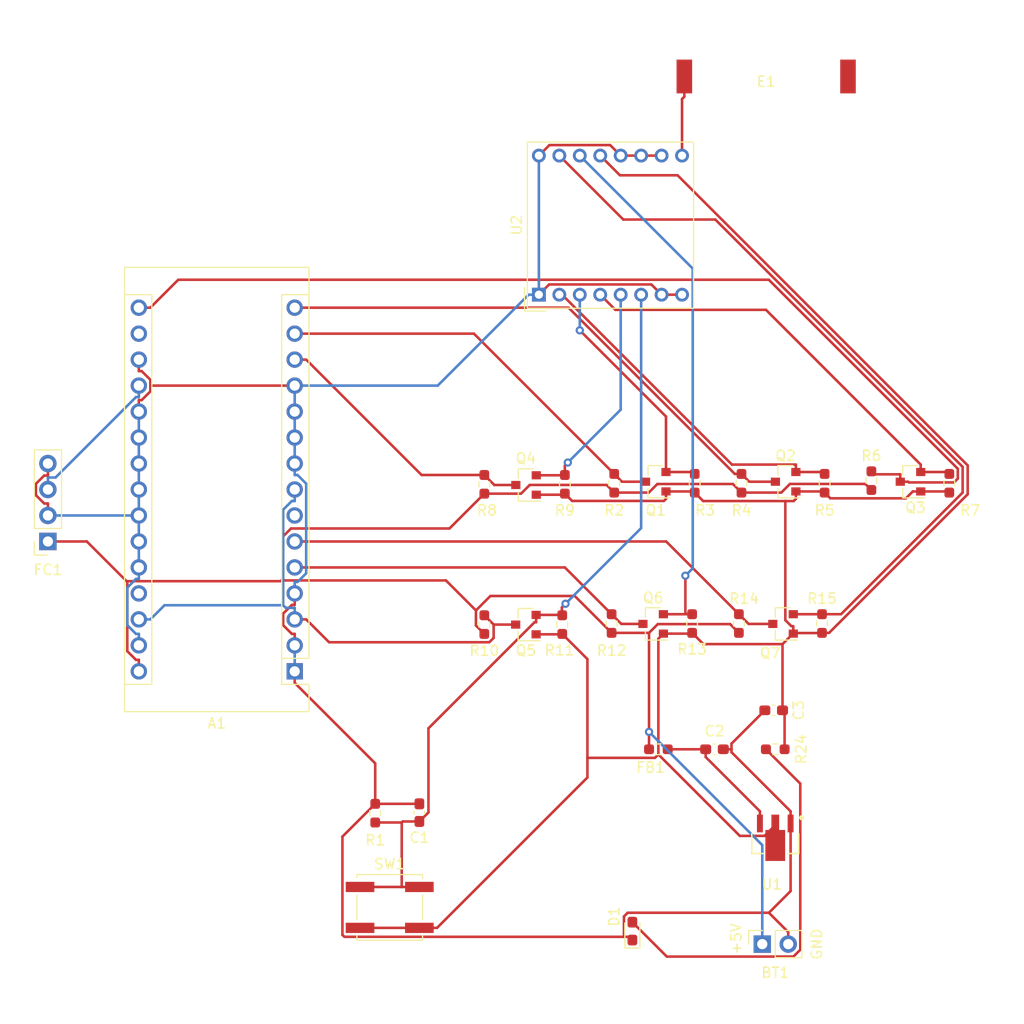
<source format=kicad_pcb>
(kicad_pcb (version 20171130) (host pcbnew "(5.1.10)-1")

  (general
    (thickness 1.6)
    (drawings 10)
    (tracks 319)
    (zones 0)
    (modules 35)
    (nets 22)
  )

  (page A4)
  (layers
    (0 F.Cu signal)
    (31 B.Cu signal)
    (32 B.Adhes user)
    (33 F.Adhes user)
    (34 B.Paste user)
    (35 F.Paste user)
    (36 B.SilkS user)
    (37 F.SilkS user)
    (38 B.Mask user)
    (39 F.Mask user)
    (40 Dwgs.User user)
    (41 Cmts.User user)
    (42 Eco1.User user)
    (43 Eco2.User user)
    (44 Edge.Cuts user)
    (45 Margin user)
    (46 B.CrtYd user)
    (47 F.CrtYd user)
    (48 B.Fab user)
    (49 F.Fab user)
  )

  (setup
    (last_trace_width 0.25)
    (user_trace_width 0.2032)
    (user_trace_width 0.3048)
    (user_trace_width 0.4064)
    (user_trace_width 0.508)
    (user_trace_width 0.6096)
    (user_trace_width 0.7112)
    (user_trace_width 3)
    (user_trace_width 5)
    (user_trace_width 10)
    (user_trace_width 15)
    (trace_clearance 0.2)
    (zone_clearance 0.508)
    (zone_45_only no)
    (trace_min 0.2)
    (via_size 0.8)
    (via_drill 0.4)
    (via_min_size 0.4)
    (via_min_drill 0.3)
    (uvia_size 0.3)
    (uvia_drill 0.1)
    (uvias_allowed no)
    (uvia_min_size 0.2)
    (uvia_min_drill 0.1)
    (edge_width 0.05)
    (segment_width 0.2)
    (pcb_text_width 0.3)
    (pcb_text_size 1.5 1.5)
    (mod_edge_width 0.12)
    (mod_text_size 1 1)
    (mod_text_width 0.15)
    (pad_size 1.524 1.524)
    (pad_drill 0.762)
    (pad_to_mask_clearance 0)
    (aux_axis_origin 0 0)
    (grid_origin 72.39 96.52)
    (visible_elements 7FFFFFFF)
    (pcbplotparams
      (layerselection 0x010fc_ffffffff)
      (usegerberextensions false)
      (usegerberattributes true)
      (usegerberadvancedattributes true)
      (creategerberjobfile true)
      (excludeedgelayer true)
      (linewidth 0.100000)
      (plotframeref false)
      (viasonmask false)
      (mode 1)
      (useauxorigin false)
      (hpglpennumber 1)
      (hpglpenspeed 20)
      (hpglpendiameter 15.000000)
      (psnegative false)
      (psa4output false)
      (plotreference true)
      (plotvalue true)
      (plotinvisibletext false)
      (padsonsilk false)
      (subtractmaskfromsilk false)
      (outputformat 1)
      (mirror false)
      (drillshape 1)
      (scaleselection 1)
      (outputdirectory ""))
  )

  (net 0 "")
  (net 1 GND)
  (net 2 /L_RESET)
  (net 3 "Net-(C2-Pad1)")
  (net 4 +3V3)
  (net 5 "Net-(D1-Pad2)")
  (net 6 "Net-(E1-Pad1)")
  (net 7 +5V)
  (net 8 /H_RESET)
  (net 9 /H_CS)
  (net 10 /H_SCK)
  (net 11 /H_MISO)
  (net 12 /H_MOSI)
  (net 13 /L_DIO0)
  (net 14 /L_DIO1)
  (net 15 /L_MOSI)
  (net 16 /L_MISO)
  (net 17 /L_SCK)
  (net 18 /L_CS)
  (net 19 /H_DIO0)
  (net 20 /H_DIO1)
  (net 21 /FC_A0)

  (net_class Default "This is the default net class."
    (clearance 0.2)
    (trace_width 0.25)
    (via_dia 0.8)
    (via_drill 0.4)
    (uvia_dia 0.3)
    (uvia_drill 0.1)
    (add_net +3V3)
    (add_net +5V)
    (add_net /FC_A0)
    (add_net /H_CS)
    (add_net /H_DIO0)
    (add_net /H_DIO1)
    (add_net /H_MISO)
    (add_net /H_MOSI)
    (add_net /H_RESET)
    (add_net /H_SCK)
    (add_net /L_CS)
    (add_net /L_DIO0)
    (add_net /L_DIO1)
    (add_net /L_MISO)
    (add_net /L_MOSI)
    (add_net /L_RESET)
    (add_net /L_SCK)
    (add_net GND)
    (add_net "Net-(C2-Pad1)")
    (add_net "Net-(D1-Pad2)")
    (add_net "Net-(E1-Pad1)")
  )

  (module RF_Module:HOPERF_RFM9XW_THT (layer F.Cu) (tedit 5CB299BA) (tstamp 608F2F5C)
    (at 102.616 78.74 90)
    (descr "Low Power Long Range Transceiver Module THT-16 (https://www.hoperf.com/data/upload/portal/20181127/5bfcbea20e9ef.pdf)")
    (tags "Low Power Long Range Transceiver Module LoRa")
    (path /608EC83D)
    (fp_text reference U2 (at 6.8 -2.17 90) (layer F.SilkS)
      (effects (font (size 1 1) (thickness 0.15)))
    )
    (fp_text value RFM95W-915S2 (at 6.8 16.36 90) (layer F.Fab)
      (effects (font (size 1 1) (thickness 0.15)))
    )
    (fp_text user %R (at 6.8 7 90) (layer F.Fab)
      (effects (font (size 1 1) (thickness 0.15)))
    )
    (fp_line (start -0.2 -1) (end 14.8 -1) (layer F.Fab) (width 0.1))
    (fp_line (start 14.8 -1) (end 14.8 15) (layer F.Fab) (width 0.1))
    (fp_line (start 14.8 15) (end -1.2 15) (layer F.Fab) (width 0.1))
    (fp_line (start -1.2 15) (end -1.2 0) (layer F.Fab) (width 0.1))
    (fp_line (start -1.325 -1.125) (end 14.925 -1.125) (layer F.SilkS) (width 0.12))
    (fp_line (start 14.925 -1.125) (end 14.925 15.125) (layer F.SilkS) (width 0.12))
    (fp_line (start 14.925 15.125) (end -1.325 15.125) (layer F.SilkS) (width 0.12))
    (fp_line (start -1.325 15.125) (end -1.325 -1.125) (layer F.SilkS) (width 0.12))
    (fp_line (start -1.45 -1.25) (end 15.05 -1.25) (layer F.CrtYd) (width 0.05))
    (fp_line (start 15.05 -1.25) (end 15.05 15.25) (layer F.CrtYd) (width 0.05))
    (fp_line (start 15.05 15.25) (end -1.45 15.25) (layer F.CrtYd) (width 0.05))
    (fp_line (start -1.45 15.25) (end -1.45 -1.25) (layer F.CrtYd) (width 0.05))
    (fp_line (start -1.6 0.7) (end -1.6 -1.4) (layer F.SilkS) (width 0.12))
    (fp_line (start -1.6 -1.4) (end 0.7 -1.4) (layer F.SilkS) (width 0.12))
    (fp_line (start -1.2 0) (end -0.2 -1) (layer F.Fab) (width 0.1))
    (pad 16 thru_hole circle (at 13.6 0 90) (size 1.35 1.35) (drill 0.8) (layers *.Cu *.Mask)
      (net 1 GND))
    (pad 15 thru_hole circle (at 13.6 2 90) (size 1.35 1.35) (drill 0.8) (layers *.Cu *.Mask)
      (net 14 /L_DIO1))
    (pad 14 thru_hole circle (at 13.6 4 90) (size 1.35 1.35) (drill 0.8) (layers *.Cu *.Mask)
      (net 13 /L_DIO0))
    (pad 13 thru_hole circle (at 13.6 6 90) (size 1.35 1.35) (drill 0.8) (layers *.Cu *.Mask)
      (net 4 +3V3))
    (pad 12 thru_hole circle (at 13.6 8 90) (size 1.35 1.35) (drill 0.8) (layers *.Cu *.Mask)
      (net 1 GND))
    (pad 11 thru_hole circle (at 13.6 10 90) (size 1.35 1.35) (drill 0.8) (layers *.Cu *.Mask)
      (net 1 GND))
    (pad 10 thru_hole circle (at 13.6 12 90) (size 1.35 1.35) (drill 0.8) (layers *.Cu *.Mask)
      (net 1 GND))
    (pad 9 thru_hole circle (at 13.6 14 90) (size 1.35 1.35) (drill 0.8) (layers *.Cu *.Mask)
      (net 6 "Net-(E1-Pad1)"))
    (pad 8 thru_hole circle (at 0 14 90) (size 1.35 1.35) (drill 0.8) (layers *.Cu *.Mask)
      (net 1 GND))
    (pad 7 thru_hole circle (at 0 12 90) (size 1.35 1.35) (drill 0.8) (layers *.Cu *.Mask)
      (net 1 GND))
    (pad 6 thru_hole circle (at 0 10 90) (size 1.35 1.35) (drill 0.8) (layers *.Cu *.Mask)
      (net 2 /L_RESET))
    (pad 5 thru_hole circle (at 0 8 90) (size 1.35 1.35) (drill 0.8) (layers *.Cu *.Mask)
      (net 18 /L_CS))
    (pad 4 thru_hole circle (at 0 6 90) (size 1.35 1.35) (drill 0.8) (layers *.Cu *.Mask)
      (net 17 /L_SCK))
    (pad 3 thru_hole circle (at 0 4 90) (size 1.35 1.35) (drill 0.8) (layers *.Cu *.Mask)
      (net 15 /L_MOSI))
    (pad 2 thru_hole circle (at 0 2 90) (size 1.35 1.35) (drill 0.8) (layers *.Cu *.Mask)
      (net 16 /L_MISO))
    (pad 1 thru_hole rect (at 0 0 90) (size 1.35 1.35) (drill 0.8) (layers *.Cu *.Mask)
      (net 1 GND))
    (model ${KISYS3DMOD}/RF_Module.3dshapes/HOPERF_RFM9XW_THT.wrl
      (at (xyz 0 0 0))
      (scale (xyz 1 1 1))
      (rotate (xyz 0 0 0))
    )
  )

  (module Connector_PinSocket_2.54mm:PinSocket_1x02_P2.54mm_Vertical (layer F.Cu) (tedit 5A19A420) (tstamp 60D4C0DF)
    (at 124.46 142.24 90)
    (descr "Through hole straight socket strip, 1x02, 2.54mm pitch, single row (from Kicad 4.0.7), script generated")
    (tags "Through hole socket strip THT 1x02 2.54mm single row")
    (path /60DF8C4E)
    (fp_text reference BT1 (at -2.794 1.27) (layer F.SilkS)
      (effects (font (size 1 1) (thickness 0.15)))
    )
    (fp_text value Battery_Cell (at 0 5.31 90) (layer F.Fab)
      (effects (font (size 1 1) (thickness 0.15)))
    )
    (fp_text user %R (at 0 1.27) (layer F.Fab)
      (effects (font (size 1 1) (thickness 0.15)))
    )
    (fp_line (start -1.27 -1.27) (end 0.635 -1.27) (layer F.Fab) (width 0.1))
    (fp_line (start 0.635 -1.27) (end 1.27 -0.635) (layer F.Fab) (width 0.1))
    (fp_line (start 1.27 -0.635) (end 1.27 3.81) (layer F.Fab) (width 0.1))
    (fp_line (start 1.27 3.81) (end -1.27 3.81) (layer F.Fab) (width 0.1))
    (fp_line (start -1.27 3.81) (end -1.27 -1.27) (layer F.Fab) (width 0.1))
    (fp_line (start -1.33 1.27) (end 1.33 1.27) (layer F.SilkS) (width 0.12))
    (fp_line (start -1.33 1.27) (end -1.33 3.87) (layer F.SilkS) (width 0.12))
    (fp_line (start -1.33 3.87) (end 1.33 3.87) (layer F.SilkS) (width 0.12))
    (fp_line (start 1.33 1.27) (end 1.33 3.87) (layer F.SilkS) (width 0.12))
    (fp_line (start 1.33 -1.33) (end 1.33 0) (layer F.SilkS) (width 0.12))
    (fp_line (start 0 -1.33) (end 1.33 -1.33) (layer F.SilkS) (width 0.12))
    (fp_line (start -1.8 -1.8) (end 1.75 -1.8) (layer F.CrtYd) (width 0.05))
    (fp_line (start 1.75 -1.8) (end 1.75 4.3) (layer F.CrtYd) (width 0.05))
    (fp_line (start 1.75 4.3) (end -1.8 4.3) (layer F.CrtYd) (width 0.05))
    (fp_line (start -1.8 4.3) (end -1.8 -1.8) (layer F.CrtYd) (width 0.05))
    (pad 2 thru_hole oval (at 0 2.54 90) (size 1.7 1.7) (drill 1) (layers *.Cu *.Mask)
      (net 1 GND))
    (pad 1 thru_hole rect (at 0 0 90) (size 1.7 1.7) (drill 1) (layers *.Cu *.Mask)
      (net 7 +5V))
    (model ${KISYS3DMOD}/Connector_PinSocket_2.54mm.3dshapes/PinSocket_1x02_P2.54mm_Vertical.wrl
      (at (xyz 0 0 0))
      (scale (xyz 1 1 1))
      (rotate (xyz 0 0 0))
    )
  )

  (module AZ1117CR-3.3:Diodes_Inc.-SOT89-03_2017-0-MFG (layer F.Cu) (tedit 5EF161F4) (tstamp 608F631E)
    (at 125.73 132.08 180)
    (path /6091205E)
    (fp_text reference U1 (at -0.762 -4.318 180) (layer F.SilkS)
      (effects (font (size 1 1) (thickness 0.15)) (justify right))
    )
    (fp_text value AZ1117-3.3 (at 0.508 -6.35) (layer F.Fab)
      (effects (font (size 1.27 1.27) (thickness 0.15)))
    )
    (fp_line (start -2.3 1.3) (end -2.3 -1.3) (layer F.Fab) (width 0.15))
    (fp_line (start -2.3 -1.3) (end 2.3 -1.3) (layer F.Fab) (width 0.15))
    (fp_line (start 2.3 -1.3) (end 2.3 1.3) (layer F.Fab) (width 0.15))
    (fp_line (start 2.3 1.3) (end -2.3 1.3) (layer F.Fab) (width 0.15))
    (fp_line (start -2.3 -1.3) (end -1.225 -1.3) (layer F.SilkS) (width 0.15))
    (fp_line (start 1.225 -1.3) (end 2.3 -1.3) (layer F.SilkS) (width 0.15))
    (fp_line (start 2.3 0.625) (end 2.3 -1.3) (layer F.SilkS) (width 0.15))
    (fp_line (start -2.3 0.625) (end -2.3 -1.3) (layer F.SilkS) (width 0.15))
    (fp_circle (center -2.574999 2.2) (end -2.449999 2.2) (layer F.SilkS) (width 0.25))
    (fp_line (start 2.325 -2.055) (end 2.325 -2.055) (layer F.CrtYd) (width 0.15))
    (fp_line (start 2.325 -2.055) (end -2.325 -2.055) (layer F.CrtYd) (width 0.15))
    (fp_line (start -2.325 -2.055) (end -2.325 2.525) (layer F.CrtYd) (width 0.15))
    (fp_line (start -2.325 2.525) (end 2.325 2.525) (layer F.CrtYd) (width 0.15))
    (fp_line (start 2.325 2.525) (end 2.325 -2.055) (layer F.CrtYd) (width 0.15))
    (pad 2 smd custom (at 0 1.75 180) (size 0.5 0.5) (layers F.Cu F.Paste F.Mask)
      (net 4 +3V3)
      (options (clearance outline) (anchor circle))
      (primitives
        (gr_poly (pts
           (xy -0.38 0.75) (xy 0.38 0.75) (xy 0.38 -0.75) (xy 0.9665 -0.75) (xy 0.9665 -3.779999)
           (xy -0.9665 -3.779999) (xy -0.9665 -0.75) (xy -0.38 -0.75) (xy -0.38 0.75)) (width 0))
      ))
    (pad 3 smd rect (at 1.5 1.635 180) (size 0.58 1.73) (layers F.Cu F.Paste F.Mask)
      (net 3 "Net-(C2-Pad1)"))
    (pad 1 smd rect (at -1.5 1.635 180) (size 0.58 1.73) (layers F.Cu F.Paste F.Mask)
      (net 1 GND))
    (model eec.models/Diodes_Inc._-_AZ1117CR-3.3TRG1.step
      (offset (xyz -40.49384779184341 150.0020853471947 0.6512051902198792))
      (scale (xyz 1 1 1))
      (rotate (xyz 0 0 180))
    )
  )

  (module Button_Switch_SMD:SW_Push_1P1T_NO_CK_KSC7xxJ (layer F.Cu) (tedit 5C63FE2A) (tstamp 608F637B)
    (at 88.032 138.652 180)
    (descr "CK components KSC7 tactile switch https://www.ckswitches.com/media/1973/ksc7.pdf")
    (tags "tactile switch ksc7")
    (path /60DE0844)
    (attr smd)
    (fp_text reference SW1 (at 0 4.24) (layer F.SilkS)
      (effects (font (size 1 1) (thickness 0.15)))
    )
    (fp_text value SW_SPST (at 0 -4.23) (layer F.Fab)
      (effects (font (size 1 1) (thickness 0.15)))
    )
    (fp_text user %R (at 0 0) (layer F.Fab)
      (effects (font (size 1 1) (thickness 0.15)))
    )
    (fp_line (start -3.1 -3.1) (end 3.1 -3.1) (layer F.Fab) (width 0.1))
    (fp_line (start 3.1 -3.1) (end 3.1 3.1) (layer F.Fab) (width 0.1))
    (fp_line (start 3.1 3.1) (end -3.1 3.1) (layer F.Fab) (width 0.1))
    (fp_line (start -3.1 3.1) (end -3.1 -3.1) (layer F.Fab) (width 0.1))
    (fp_line (start -4.55 -3.35) (end 4.55 -3.35) (layer F.CrtYd) (width 0.05))
    (fp_line (start 4.55 -3.35) (end 4.55 3.35) (layer F.CrtYd) (width 0.05))
    (fp_line (start 4.55 3.35) (end -4.55 3.35) (layer F.CrtYd) (width 0.05))
    (fp_line (start -4.55 3.35) (end -4.55 -3.35) (layer F.CrtYd) (width 0.05))
    (fp_circle (center 0 0) (end 1.5 0) (layer F.Fab) (width 0.1))
    (fp_line (start -3.21 2.8) (end -3.21 3.21) (layer F.SilkS) (width 0.12))
    (fp_line (start -3.21 3.21) (end 3.21 3.21) (layer F.SilkS) (width 0.12))
    (fp_line (start 3.21 3.21) (end 3.21 2.93) (layer F.SilkS) (width 0.12))
    (fp_line (start 3.21 1.2) (end 3.21 -1.2) (layer F.SilkS) (width 0.12))
    (fp_line (start 3.21 -2.8) (end 3.21 -3.21) (layer F.SilkS) (width 0.12))
    (fp_line (start 3.21 -3.21) (end -3.21 -3.21) (layer F.SilkS) (width 0.12))
    (fp_line (start -3.21 -3.21) (end -3.21 -2.8) (layer F.SilkS) (width 0.12))
    (fp_line (start -3.21 -1.2) (end -3.21 1.2) (layer F.SilkS) (width 0.12))
    (pad 2 smd rect (at 2.9 2 180) (size 2.8 1) (layers F.Cu F.Paste F.Mask)
      (net 2 /L_RESET))
    (pad 2 smd rect (at -2.9 2 180) (size 2.8 1) (layers F.Cu F.Paste F.Mask)
      (net 2 /L_RESET))
    (pad 1 smd rect (at 2.9 -2 180) (size 2.8 1) (layers F.Cu F.Paste F.Mask)
      (net 4 +3V3))
    (pad 1 smd rect (at -2.9 -2 180) (size 2.8 1) (layers F.Cu F.Paste F.Mask)
      (net 4 +3V3))
    (model ${KISYS3DMOD}/Button_Switch_SMD.3dshapes/SW_push_1P1T_NO_CK_KSC7xxJxxx.wrl
      (at (xyz 0 0 0))
      (scale (xyz 1 1 1))
      (rotate (xyz 0 0 0))
    )
  )

  (module Resistor_SMD:R_0603_1608Metric_Pad0.98x0.95mm_HandSolder (layer F.Cu) (tedit 5F68FEEE) (tstamp 608F63F1)
    (at 125.73 123.19)
    (descr "Resistor SMD 0603 (1608 Metric), square (rectangular) end terminal, IPC_7351 nominal with elongated pad for handsoldering. (Body size source: IPC-SM-782 page 72, https://www.pcb-3d.com/wordpress/wp-content/uploads/ipc-sm-782a_amendment_1_and_2.pdf), generated with kicad-footprint-generator")
    (tags "resistor handsolder")
    (path /611CD145)
    (attr smd)
    (fp_text reference R24 (at 2.54 0 270) (layer F.SilkS)
      (effects (font (size 1 1) (thickness 0.15)))
    )
    (fp_text value 330 (at 0 1.43) (layer F.Fab)
      (effects (font (size 1 1) (thickness 0.15)))
    )
    (fp_text user %R (at 0 0) (layer F.Fab)
      (effects (font (size 0.4 0.4) (thickness 0.06)))
    )
    (fp_line (start -0.8 0.4125) (end -0.8 -0.4125) (layer F.Fab) (width 0.1))
    (fp_line (start -0.8 -0.4125) (end 0.8 -0.4125) (layer F.Fab) (width 0.1))
    (fp_line (start 0.8 -0.4125) (end 0.8 0.4125) (layer F.Fab) (width 0.1))
    (fp_line (start 0.8 0.4125) (end -0.8 0.4125) (layer F.Fab) (width 0.1))
    (fp_line (start -0.254724 -0.5225) (end 0.254724 -0.5225) (layer F.SilkS) (width 0.12))
    (fp_line (start -0.254724 0.5225) (end 0.254724 0.5225) (layer F.SilkS) (width 0.12))
    (fp_line (start -1.65 0.73) (end -1.65 -0.73) (layer F.CrtYd) (width 0.05))
    (fp_line (start -1.65 -0.73) (end 1.65 -0.73) (layer F.CrtYd) (width 0.05))
    (fp_line (start 1.65 -0.73) (end 1.65 0.73) (layer F.CrtYd) (width 0.05))
    (fp_line (start 1.65 0.73) (end -1.65 0.73) (layer F.CrtYd) (width 0.05))
    (pad 2 smd roundrect (at 0.9125 0) (size 0.975 0.95) (layers F.Cu F.Paste F.Mask) (roundrect_rratio 0.25)
      (net 4 +3V3))
    (pad 1 smd roundrect (at -0.9125 0) (size 0.975 0.95) (layers F.Cu F.Paste F.Mask) (roundrect_rratio 0.25)
      (net 5 "Net-(D1-Pad2)"))
    (model ${KISYS3DMOD}/Resistor_SMD.3dshapes/R_0603_1608Metric.wrl
      (at (xyz 0 0 0))
      (scale (xyz 1 1 1))
      (rotate (xyz 0 0 0))
    )
  )

  (module Resistor_SMD:R_0603_1608Metric_Pad0.98x0.95mm_HandSolder (layer F.Cu) (tedit 5F68FEEE) (tstamp 60D53D5A)
    (at 130.302 110.894 90)
    (descr "Resistor SMD 0603 (1608 Metric), square (rectangular) end terminal, IPC_7351 nominal with elongated pad for handsoldering. (Body size source: IPC-SM-782 page 72, https://www.pcb-3d.com/wordpress/wp-content/uploads/ipc-sm-782a_amendment_1_and_2.pdf), generated with kicad-footprint-generator")
    (tags "resistor handsolder")
    (path /61442175/6137CE6B)
    (attr smd)
    (fp_text reference R15 (at 2.436 0) (layer F.SilkS)
      (effects (font (size 1 1) (thickness 0.15)))
    )
    (fp_text value 10k (at 0 1.43 90) (layer F.Fab)
      (effects (font (size 1 1) (thickness 0.15)))
    )
    (fp_text user %R (at 0 0 90) (layer F.Fab)
      (effects (font (size 0.4 0.4) (thickness 0.06)))
    )
    (fp_line (start -0.8 0.4125) (end -0.8 -0.4125) (layer F.Fab) (width 0.1))
    (fp_line (start -0.8 -0.4125) (end 0.8 -0.4125) (layer F.Fab) (width 0.1))
    (fp_line (start 0.8 -0.4125) (end 0.8 0.4125) (layer F.Fab) (width 0.1))
    (fp_line (start 0.8 0.4125) (end -0.8 0.4125) (layer F.Fab) (width 0.1))
    (fp_line (start -0.254724 -0.5225) (end 0.254724 -0.5225) (layer F.SilkS) (width 0.12))
    (fp_line (start -0.254724 0.5225) (end 0.254724 0.5225) (layer F.SilkS) (width 0.12))
    (fp_line (start -1.65 0.73) (end -1.65 -0.73) (layer F.CrtYd) (width 0.05))
    (fp_line (start -1.65 -0.73) (end 1.65 -0.73) (layer F.CrtYd) (width 0.05))
    (fp_line (start 1.65 -0.73) (end 1.65 0.73) (layer F.CrtYd) (width 0.05))
    (fp_line (start 1.65 0.73) (end -1.65 0.73) (layer F.CrtYd) (width 0.05))
    (pad 2 smd roundrect (at 0.9125 0 90) (size 0.975 0.95) (layers F.Cu F.Paste F.Mask) (roundrect_rratio 0.25)
      (net 14 /L_DIO1))
    (pad 1 smd roundrect (at -0.9125 0 90) (size 0.975 0.95) (layers F.Cu F.Paste F.Mask) (roundrect_rratio 0.25)
      (net 4 +3V3))
    (model ${KISYS3DMOD}/Resistor_SMD.3dshapes/R_0603_1608Metric.wrl
      (at (xyz 0 0 0))
      (scale (xyz 1 1 1))
      (rotate (xyz 0 0 0))
    )
  )

  (module Resistor_SMD:R_0603_1608Metric_Pad0.98x0.95mm_HandSolder (layer F.Cu) (tedit 5F68FEEE) (tstamp 608F65A1)
    (at 122.174 110.894 90)
    (descr "Resistor SMD 0603 (1608 Metric), square (rectangular) end terminal, IPC_7351 nominal with elongated pad for handsoldering. (Body size source: IPC-SM-782 page 72, https://www.pcb-3d.com/wordpress/wp-content/uploads/ipc-sm-782a_amendment_1_and_2.pdf), generated with kicad-footprint-generator")
    (tags "resistor handsolder")
    (path /61442175/6137CE77)
    (attr smd)
    (fp_text reference R14 (at 2.436 0.508) (layer F.SilkS)
      (effects (font (size 1 1) (thickness 0.15)))
    )
    (fp_text value 10k (at 0 1.43 90) (layer F.Fab)
      (effects (font (size 1 1) (thickness 0.15)))
    )
    (fp_text user %R (at 0 0 90) (layer F.Fab)
      (effects (font (size 0.4 0.4) (thickness 0.06)))
    )
    (fp_line (start -0.8 0.4125) (end -0.8 -0.4125) (layer F.Fab) (width 0.1))
    (fp_line (start -0.8 -0.4125) (end 0.8 -0.4125) (layer F.Fab) (width 0.1))
    (fp_line (start 0.8 -0.4125) (end 0.8 0.4125) (layer F.Fab) (width 0.1))
    (fp_line (start 0.8 0.4125) (end -0.8 0.4125) (layer F.Fab) (width 0.1))
    (fp_line (start -0.254724 -0.5225) (end 0.254724 -0.5225) (layer F.SilkS) (width 0.12))
    (fp_line (start -0.254724 0.5225) (end 0.254724 0.5225) (layer F.SilkS) (width 0.12))
    (fp_line (start -1.65 0.73) (end -1.65 -0.73) (layer F.CrtYd) (width 0.05))
    (fp_line (start -1.65 -0.73) (end 1.65 -0.73) (layer F.CrtYd) (width 0.05))
    (fp_line (start 1.65 -0.73) (end 1.65 0.73) (layer F.CrtYd) (width 0.05))
    (fp_line (start 1.65 0.73) (end -1.65 0.73) (layer F.CrtYd) (width 0.05))
    (pad 2 smd roundrect (at 0.9125 0 90) (size 0.975 0.95) (layers F.Cu F.Paste F.Mask) (roundrect_rratio 0.25)
      (net 20 /H_DIO1))
    (pad 1 smd roundrect (at -0.9125 0 90) (size 0.975 0.95) (layers F.Cu F.Paste F.Mask) (roundrect_rratio 0.25)
      (net 7 +5V))
    (model ${KISYS3DMOD}/Resistor_SMD.3dshapes/R_0603_1608Metric.wrl
      (at (xyz 0 0 0))
      (scale (xyz 1 1 1))
      (rotate (xyz 0 0 0))
    )
  )

  (module Resistor_SMD:R_0603_1608Metric_Pad0.98x0.95mm_HandSolder (layer F.Cu) (tedit 5F68FEEE) (tstamp 608F97F1)
    (at 117.602 110.894 90)
    (descr "Resistor SMD 0603 (1608 Metric), square (rectangular) end terminal, IPC_7351 nominal with elongated pad for handsoldering. (Body size source: IPC-SM-782 page 72, https://www.pcb-3d.com/wordpress/wp-content/uploads/ipc-sm-782a_amendment_1_and_2.pdf), generated with kicad-footprint-generator")
    (tags "resistor handsolder")
    (path /614393F4/6137CE6B)
    (attr smd)
    (fp_text reference R13 (at -2.517 -0.003) (layer F.SilkS)
      (effects (font (size 1 1) (thickness 0.15)))
    )
    (fp_text value 10k (at 0 1.43 90) (layer F.Fab)
      (effects (font (size 1 1) (thickness 0.15)))
    )
    (fp_text user %R (at 0 0 90) (layer F.Fab)
      (effects (font (size 0.4 0.4) (thickness 0.06)))
    )
    (fp_line (start -0.8 0.4125) (end -0.8 -0.4125) (layer F.Fab) (width 0.1))
    (fp_line (start -0.8 -0.4125) (end 0.8 -0.4125) (layer F.Fab) (width 0.1))
    (fp_line (start 0.8 -0.4125) (end 0.8 0.4125) (layer F.Fab) (width 0.1))
    (fp_line (start 0.8 0.4125) (end -0.8 0.4125) (layer F.Fab) (width 0.1))
    (fp_line (start -0.254724 -0.5225) (end 0.254724 -0.5225) (layer F.SilkS) (width 0.12))
    (fp_line (start -0.254724 0.5225) (end 0.254724 0.5225) (layer F.SilkS) (width 0.12))
    (fp_line (start -1.65 0.73) (end -1.65 -0.73) (layer F.CrtYd) (width 0.05))
    (fp_line (start -1.65 -0.73) (end 1.65 -0.73) (layer F.CrtYd) (width 0.05))
    (fp_line (start 1.65 -0.73) (end 1.65 0.73) (layer F.CrtYd) (width 0.05))
    (fp_line (start 1.65 0.73) (end -1.65 0.73) (layer F.CrtYd) (width 0.05))
    (pad 2 smd roundrect (at 0.9125 0 90) (size 0.975 0.95) (layers F.Cu F.Paste F.Mask) (roundrect_rratio 0.25)
      (net 13 /L_DIO0))
    (pad 1 smd roundrect (at -0.9125 0 90) (size 0.975 0.95) (layers F.Cu F.Paste F.Mask) (roundrect_rratio 0.25)
      (net 4 +3V3))
    (model ${KISYS3DMOD}/Resistor_SMD.3dshapes/R_0603_1608Metric.wrl
      (at (xyz 0 0 0))
      (scale (xyz 1 1 1))
      (rotate (xyz 0 0 0))
    )
  )

  (module Resistor_SMD:R_0603_1608Metric_Pad0.98x0.95mm_HandSolder (layer F.Cu) (tedit 5F68FEEE) (tstamp 608F9821)
    (at 109.728 110.894 90)
    (descr "Resistor SMD 0603 (1608 Metric), square (rectangular) end terminal, IPC_7351 nominal with elongated pad for handsoldering. (Body size source: IPC-SM-782 page 72, https://www.pcb-3d.com/wordpress/wp-content/uploads/ipc-sm-782a_amendment_1_and_2.pdf), generated with kicad-footprint-generator")
    (tags "resistor handsolder")
    (path /614393F4/6137CE77)
    (attr smd)
    (fp_text reference R12 (at -2.644 0) (layer F.SilkS)
      (effects (font (size 1 1) (thickness 0.15)))
    )
    (fp_text value 10k (at 0 1.43 90) (layer F.Fab)
      (effects (font (size 1 1) (thickness 0.15)))
    )
    (fp_text user %R (at 0 0 90) (layer F.Fab)
      (effects (font (size 0.4 0.4) (thickness 0.06)))
    )
    (fp_line (start -0.8 0.4125) (end -0.8 -0.4125) (layer F.Fab) (width 0.1))
    (fp_line (start -0.8 -0.4125) (end 0.8 -0.4125) (layer F.Fab) (width 0.1))
    (fp_line (start 0.8 -0.4125) (end 0.8 0.4125) (layer F.Fab) (width 0.1))
    (fp_line (start 0.8 0.4125) (end -0.8 0.4125) (layer F.Fab) (width 0.1))
    (fp_line (start -0.254724 -0.5225) (end 0.254724 -0.5225) (layer F.SilkS) (width 0.12))
    (fp_line (start -0.254724 0.5225) (end 0.254724 0.5225) (layer F.SilkS) (width 0.12))
    (fp_line (start -1.65 0.73) (end -1.65 -0.73) (layer F.CrtYd) (width 0.05))
    (fp_line (start -1.65 -0.73) (end 1.65 -0.73) (layer F.CrtYd) (width 0.05))
    (fp_line (start 1.65 -0.73) (end 1.65 0.73) (layer F.CrtYd) (width 0.05))
    (fp_line (start 1.65 0.73) (end -1.65 0.73) (layer F.CrtYd) (width 0.05))
    (pad 2 smd roundrect (at 0.9125 0 90) (size 0.975 0.95) (layers F.Cu F.Paste F.Mask) (roundrect_rratio 0.25)
      (net 19 /H_DIO0))
    (pad 1 smd roundrect (at -0.9125 0 90) (size 0.975 0.95) (layers F.Cu F.Paste F.Mask) (roundrect_rratio 0.25)
      (net 7 +5V))
    (model ${KISYS3DMOD}/Resistor_SMD.3dshapes/R_0603_1608Metric.wrl
      (at (xyz 0 0 0))
      (scale (xyz 1 1 1))
      (rotate (xyz 0 0 0))
    )
  )

  (module Resistor_SMD:R_0603_1608Metric_Pad0.98x0.95mm_HandSolder (layer F.Cu) (tedit 5F68FEEE) (tstamp 60D57FE3)
    (at 104.902 110.998 90)
    (descr "Resistor SMD 0603 (1608 Metric), square (rectangular) end terminal, IPC_7351 nominal with elongated pad for handsoldering. (Body size source: IPC-SM-782 page 72, https://www.pcb-3d.com/wordpress/wp-content/uploads/ipc-sm-782a_amendment_1_and_2.pdf), generated with kicad-footprint-generator")
    (tags "resistor handsolder")
    (path /614261FF/6137CE6B)
    (attr smd)
    (fp_text reference R11 (at -2.5015 -0.269 180) (layer F.SilkS)
      (effects (font (size 1 1) (thickness 0.15)))
    )
    (fp_text value 10k (at -2.5015 -0.269 180) (layer F.Fab)
      (effects (font (size 1 1) (thickness 0.15)))
    )
    (fp_text user %R (at 0 0 90) (layer F.Fab)
      (effects (font (size 0.4 0.4) (thickness 0.06)))
    )
    (fp_line (start -0.8 0.4125) (end -0.8 -0.4125) (layer F.Fab) (width 0.1))
    (fp_line (start -0.8 -0.4125) (end 0.8 -0.4125) (layer F.Fab) (width 0.1))
    (fp_line (start 0.8 -0.4125) (end 0.8 0.4125) (layer F.Fab) (width 0.1))
    (fp_line (start 0.8 0.4125) (end -0.8 0.4125) (layer F.Fab) (width 0.1))
    (fp_line (start -0.254724 -0.5225) (end 0.254724 -0.5225) (layer F.SilkS) (width 0.12))
    (fp_line (start -0.254724 0.5225) (end 0.254724 0.5225) (layer F.SilkS) (width 0.12))
    (fp_line (start -1.65 0.73) (end -1.65 -0.73) (layer F.CrtYd) (width 0.05))
    (fp_line (start -1.65 -0.73) (end 1.65 -0.73) (layer F.CrtYd) (width 0.05))
    (fp_line (start 1.65 -0.73) (end 1.65 0.73) (layer F.CrtYd) (width 0.05))
    (fp_line (start 1.65 0.73) (end -1.65 0.73) (layer F.CrtYd) (width 0.05))
    (pad 2 smd roundrect (at 0.9125 0 90) (size 0.975 0.95) (layers F.Cu F.Paste F.Mask) (roundrect_rratio 0.25)
      (net 2 /L_RESET))
    (pad 1 smd roundrect (at -0.9125 0 90) (size 0.975 0.95) (layers F.Cu F.Paste F.Mask) (roundrect_rratio 0.25)
      (net 4 +3V3))
    (model ${KISYS3DMOD}/Resistor_SMD.3dshapes/R_0603_1608Metric.wrl
      (at (xyz 0 0 0))
      (scale (xyz 1 1 1))
      (rotate (xyz 0 0 0))
    )
  )

  (module Resistor_SMD:R_0603_1608Metric_Pad0.98x0.95mm_HandSolder (layer F.Cu) (tedit 5F68FEEE) (tstamp 608F6661)
    (at 97.282 110.998 90)
    (descr "Resistor SMD 0603 (1608 Metric), square (rectangular) end terminal, IPC_7351 nominal with elongated pad for handsoldering. (Body size source: IPC-SM-782 page 72, https://www.pcb-3d.com/wordpress/wp-content/uploads/ipc-sm-782a_amendment_1_and_2.pdf), generated with kicad-footprint-generator")
    (tags "resistor handsolder")
    (path /614261FF/6137CE77)
    (attr smd)
    (fp_text reference R10 (at -2.54 0) (layer F.SilkS)
      (effects (font (size 1 1) (thickness 0.15)))
    )
    (fp_text value 10k (at -2.5015 0.239 180) (layer F.Fab)
      (effects (font (size 1 1) (thickness 0.15)))
    )
    (fp_text user %R (at 0 0 90) (layer F.Fab)
      (effects (font (size 0.4 0.4) (thickness 0.06)))
    )
    (fp_line (start -0.8 0.4125) (end -0.8 -0.4125) (layer F.Fab) (width 0.1))
    (fp_line (start -0.8 -0.4125) (end 0.8 -0.4125) (layer F.Fab) (width 0.1))
    (fp_line (start 0.8 -0.4125) (end 0.8 0.4125) (layer F.Fab) (width 0.1))
    (fp_line (start 0.8 0.4125) (end -0.8 0.4125) (layer F.Fab) (width 0.1))
    (fp_line (start -0.254724 -0.5225) (end 0.254724 -0.5225) (layer F.SilkS) (width 0.12))
    (fp_line (start -0.254724 0.5225) (end 0.254724 0.5225) (layer F.SilkS) (width 0.12))
    (fp_line (start -1.65 0.73) (end -1.65 -0.73) (layer F.CrtYd) (width 0.05))
    (fp_line (start -1.65 -0.73) (end 1.65 -0.73) (layer F.CrtYd) (width 0.05))
    (fp_line (start 1.65 -0.73) (end 1.65 0.73) (layer F.CrtYd) (width 0.05))
    (fp_line (start 1.65 0.73) (end -1.65 0.73) (layer F.CrtYd) (width 0.05))
    (pad 2 smd roundrect (at 0.9125 0 90) (size 0.975 0.95) (layers F.Cu F.Paste F.Mask) (roundrect_rratio 0.25)
      (net 8 /H_RESET))
    (pad 1 smd roundrect (at -0.9125 0 90) (size 0.975 0.95) (layers F.Cu F.Paste F.Mask) (roundrect_rratio 0.25)
      (net 7 +5V))
    (model ${KISYS3DMOD}/Resistor_SMD.3dshapes/R_0603_1608Metric.wrl
      (at (xyz 0 0 0))
      (scale (xyz 1 1 1))
      (rotate (xyz 0 0 0))
    )
  )

  (module Resistor_SMD:R_0603_1608Metric_Pad0.98x0.95mm_HandSolder (layer F.Cu) (tedit 5F68FEEE) (tstamp 608F67BD)
    (at 105.156 97.282 90)
    (descr "Resistor SMD 0603 (1608 Metric), square (rectangular) end terminal, IPC_7351 nominal with elongated pad for handsoldering. (Body size source: IPC-SM-782 page 72, https://www.pcb-3d.com/wordpress/wp-content/uploads/ipc-sm-782a_amendment_1_and_2.pdf), generated with kicad-footprint-generator")
    (tags "resistor handsolder")
    (path /61411357/6137CE6B)
    (attr smd)
    (fp_text reference R9 (at -2.54 0) (layer F.SilkS)
      (effects (font (size 1 1) (thickness 0.15)))
    )
    (fp_text value 10k (at 0 1.43 90) (layer F.Fab)
      (effects (font (size 1 1) (thickness 0.15)))
    )
    (fp_text user %R (at 0 0 90) (layer F.Fab)
      (effects (font (size 0.4 0.4) (thickness 0.06)))
    )
    (fp_line (start -0.8 0.4125) (end -0.8 -0.4125) (layer F.Fab) (width 0.1))
    (fp_line (start -0.8 -0.4125) (end 0.8 -0.4125) (layer F.Fab) (width 0.1))
    (fp_line (start 0.8 -0.4125) (end 0.8 0.4125) (layer F.Fab) (width 0.1))
    (fp_line (start 0.8 0.4125) (end -0.8 0.4125) (layer F.Fab) (width 0.1))
    (fp_line (start -0.254724 -0.5225) (end 0.254724 -0.5225) (layer F.SilkS) (width 0.12))
    (fp_line (start -0.254724 0.5225) (end 0.254724 0.5225) (layer F.SilkS) (width 0.12))
    (fp_line (start -1.65 0.73) (end -1.65 -0.73) (layer F.CrtYd) (width 0.05))
    (fp_line (start -1.65 -0.73) (end 1.65 -0.73) (layer F.CrtYd) (width 0.05))
    (fp_line (start 1.65 -0.73) (end 1.65 0.73) (layer F.CrtYd) (width 0.05))
    (fp_line (start 1.65 0.73) (end -1.65 0.73) (layer F.CrtYd) (width 0.05))
    (pad 2 smd roundrect (at 0.9125 0 90) (size 0.975 0.95) (layers F.Cu F.Paste F.Mask) (roundrect_rratio 0.25)
      (net 18 /L_CS))
    (pad 1 smd roundrect (at -0.9125 0 90) (size 0.975 0.95) (layers F.Cu F.Paste F.Mask) (roundrect_rratio 0.25)
      (net 4 +3V3))
    (model ${KISYS3DMOD}/Resistor_SMD.3dshapes/R_0603_1608Metric.wrl
      (at (xyz 0 0 0))
      (scale (xyz 1 1 1))
      (rotate (xyz 0 0 0))
    )
  )

  (module Resistor_SMD:R_0603_1608Metric_Pad0.98x0.95mm_HandSolder (layer F.Cu) (tedit 5F68FEEE) (tstamp 608F67ED)
    (at 97.282 97.282 90)
    (descr "Resistor SMD 0603 (1608 Metric), square (rectangular) end terminal, IPC_7351 nominal with elongated pad for handsoldering. (Body size source: IPC-SM-782 page 72, https://www.pcb-3d.com/wordpress/wp-content/uploads/ipc-sm-782a_amendment_1_and_2.pdf), generated with kicad-footprint-generator")
    (tags "resistor handsolder")
    (path /61411357/6137CE77)
    (attr smd)
    (fp_text reference R8 (at -2.54 0.254 180) (layer F.SilkS)
      (effects (font (size 1 1) (thickness 0.15)))
    )
    (fp_text value 10k (at 0 1.43 90) (layer F.Fab)
      (effects (font (size 1 1) (thickness 0.15)))
    )
    (fp_text user %R (at 0 0 90) (layer F.Fab)
      (effects (font (size 0.4 0.4) (thickness 0.06)))
    )
    (fp_line (start -0.8 0.4125) (end -0.8 -0.4125) (layer F.Fab) (width 0.1))
    (fp_line (start -0.8 -0.4125) (end 0.8 -0.4125) (layer F.Fab) (width 0.1))
    (fp_line (start 0.8 -0.4125) (end 0.8 0.4125) (layer F.Fab) (width 0.1))
    (fp_line (start 0.8 0.4125) (end -0.8 0.4125) (layer F.Fab) (width 0.1))
    (fp_line (start -0.254724 -0.5225) (end 0.254724 -0.5225) (layer F.SilkS) (width 0.12))
    (fp_line (start -0.254724 0.5225) (end 0.254724 0.5225) (layer F.SilkS) (width 0.12))
    (fp_line (start -1.65 0.73) (end -1.65 -0.73) (layer F.CrtYd) (width 0.05))
    (fp_line (start -1.65 -0.73) (end 1.65 -0.73) (layer F.CrtYd) (width 0.05))
    (fp_line (start 1.65 -0.73) (end 1.65 0.73) (layer F.CrtYd) (width 0.05))
    (fp_line (start 1.65 0.73) (end -1.65 0.73) (layer F.CrtYd) (width 0.05))
    (pad 2 smd roundrect (at 0.9125 0 90) (size 0.975 0.95) (layers F.Cu F.Paste F.Mask) (roundrect_rratio 0.25)
      (net 9 /H_CS))
    (pad 1 smd roundrect (at -0.9125 0 90) (size 0.975 0.95) (layers F.Cu F.Paste F.Mask) (roundrect_rratio 0.25)
      (net 7 +5V))
    (model ${KISYS3DMOD}/Resistor_SMD.3dshapes/R_0603_1608Metric.wrl
      (at (xyz 0 0 0))
      (scale (xyz 1 1 1))
      (rotate (xyz 0 0 0))
    )
  )

  (module Resistor_SMD:R_0603_1608Metric_Pad0.98x0.95mm_HandSolder (layer F.Cu) (tedit 5F68FEEE) (tstamp 608F681D)
    (at 142.748 97.1785 90)
    (descr "Resistor SMD 0603 (1608 Metric), square (rectangular) end terminal, IPC_7351 nominal with elongated pad for handsoldering. (Body size source: IPC-SM-782 page 72, https://www.pcb-3d.com/wordpress/wp-content/uploads/ipc-sm-782a_amendment_1_and_2.pdf), generated with kicad-footprint-generator")
    (tags "resistor handsolder")
    (path /613FB169/6137CE6B)
    (attr smd)
    (fp_text reference R7 (at -2.6435 2.032 180) (layer F.SilkS)
      (effects (font (size 1 1) (thickness 0.15)))
    )
    (fp_text value 10k (at -2.3495 -0.508) (layer F.Fab)
      (effects (font (size 1 1) (thickness 0.15)))
    )
    (fp_text user %R (at 0 0 90) (layer F.Fab)
      (effects (font (size 0.4 0.4) (thickness 0.06)))
    )
    (fp_line (start -0.8 0.4125) (end -0.8 -0.4125) (layer F.Fab) (width 0.1))
    (fp_line (start -0.8 -0.4125) (end 0.8 -0.4125) (layer F.Fab) (width 0.1))
    (fp_line (start 0.8 -0.4125) (end 0.8 0.4125) (layer F.Fab) (width 0.1))
    (fp_line (start 0.8 0.4125) (end -0.8 0.4125) (layer F.Fab) (width 0.1))
    (fp_line (start -0.254724 -0.5225) (end 0.254724 -0.5225) (layer F.SilkS) (width 0.12))
    (fp_line (start -0.254724 0.5225) (end 0.254724 0.5225) (layer F.SilkS) (width 0.12))
    (fp_line (start -1.65 0.73) (end -1.65 -0.73) (layer F.CrtYd) (width 0.05))
    (fp_line (start -1.65 -0.73) (end 1.65 -0.73) (layer F.CrtYd) (width 0.05))
    (fp_line (start 1.65 -0.73) (end 1.65 0.73) (layer F.CrtYd) (width 0.05))
    (fp_line (start 1.65 0.73) (end -1.65 0.73) (layer F.CrtYd) (width 0.05))
    (pad 2 smd roundrect (at 0.9125 0 90) (size 0.975 0.95) (layers F.Cu F.Paste F.Mask) (roundrect_rratio 0.25)
      (net 17 /L_SCK))
    (pad 1 smd roundrect (at -0.9125 0 90) (size 0.975 0.95) (layers F.Cu F.Paste F.Mask) (roundrect_rratio 0.25)
      (net 4 +3V3))
    (model ${KISYS3DMOD}/Resistor_SMD.3dshapes/R_0603_1608Metric.wrl
      (at (xyz 0 0 0))
      (scale (xyz 1 1 1))
      (rotate (xyz 0 0 0))
    )
  )

  (module Resistor_SMD:R_0603_1608Metric_Pad0.98x0.95mm_HandSolder (layer F.Cu) (tedit 5F68FEEE) (tstamp 60D53760)
    (at 135.128 96.9245 90)
    (descr "Resistor SMD 0603 (1608 Metric), square (rectangular) end terminal, IPC_7351 nominal with elongated pad for handsoldering. (Body size source: IPC-SM-782 page 72, https://www.pcb-3d.com/wordpress/wp-content/uploads/ipc-sm-782a_amendment_1_and_2.pdf), generated with kicad-footprint-generator")
    (tags "resistor handsolder")
    (path /613FB169/6137CE77)
    (attr smd)
    (fp_text reference R6 (at 2.4365 0 180) (layer F.SilkS)
      (effects (font (size 1 1) (thickness 0.15)))
    )
    (fp_text value 10k (at -2.3495 0) (layer F.Fab)
      (effects (font (size 1 1) (thickness 0.15)))
    )
    (fp_text user %R (at 0 0 90) (layer F.Fab)
      (effects (font (size 0.4 0.4) (thickness 0.06)))
    )
    (fp_line (start -0.8 0.4125) (end -0.8 -0.4125) (layer F.Fab) (width 0.1))
    (fp_line (start -0.8 -0.4125) (end 0.8 -0.4125) (layer F.Fab) (width 0.1))
    (fp_line (start 0.8 -0.4125) (end 0.8 0.4125) (layer F.Fab) (width 0.1))
    (fp_line (start 0.8 0.4125) (end -0.8 0.4125) (layer F.Fab) (width 0.1))
    (fp_line (start -0.254724 -0.5225) (end 0.254724 -0.5225) (layer F.SilkS) (width 0.12))
    (fp_line (start -0.254724 0.5225) (end 0.254724 0.5225) (layer F.SilkS) (width 0.12))
    (fp_line (start -1.65 0.73) (end -1.65 -0.73) (layer F.CrtYd) (width 0.05))
    (fp_line (start -1.65 -0.73) (end 1.65 -0.73) (layer F.CrtYd) (width 0.05))
    (fp_line (start 1.65 -0.73) (end 1.65 0.73) (layer F.CrtYd) (width 0.05))
    (fp_line (start 1.65 0.73) (end -1.65 0.73) (layer F.CrtYd) (width 0.05))
    (pad 2 smd roundrect (at 0.9125 0 90) (size 0.975 0.95) (layers F.Cu F.Paste F.Mask) (roundrect_rratio 0.25)
      (net 10 /H_SCK))
    (pad 1 smd roundrect (at -0.9125 0 90) (size 0.975 0.95) (layers F.Cu F.Paste F.Mask) (roundrect_rratio 0.25)
      (net 7 +5V))
    (model ${KISYS3DMOD}/Resistor_SMD.3dshapes/R_0603_1608Metric.wrl
      (at (xyz 0 0 0))
      (scale (xyz 1 1 1))
      (rotate (xyz 0 0 0))
    )
  )

  (module Resistor_SMD:R_0603_1608Metric_Pad0.98x0.95mm_HandSolder (layer F.Cu) (tedit 5F68FEEE) (tstamp 608F687D)
    (at 130.556 97.1785 90)
    (descr "Resistor SMD 0603 (1608 Metric), square (rectangular) end terminal, IPC_7351 nominal with elongated pad for handsoldering. (Body size source: IPC-SM-782 page 72, https://www.pcb-3d.com/wordpress/wp-content/uploads/ipc-sm-782a_amendment_1_and_2.pdf), generated with kicad-footprint-generator")
    (tags "resistor handsolder")
    (path /613E29BD/6137CE6B)
    (attr smd)
    (fp_text reference R5 (at -2.6435 0 180) (layer F.SilkS)
      (effects (font (size 1 1) (thickness 0.15)))
    )
    (fp_text value 10k (at 0 1.43 90) (layer F.Fab)
      (effects (font (size 1 1) (thickness 0.15)))
    )
    (fp_text user %R (at 0 0 90) (layer F.Fab)
      (effects (font (size 0.4 0.4) (thickness 0.06)))
    )
    (fp_line (start -0.8 0.4125) (end -0.8 -0.4125) (layer F.Fab) (width 0.1))
    (fp_line (start -0.8 -0.4125) (end 0.8 -0.4125) (layer F.Fab) (width 0.1))
    (fp_line (start 0.8 -0.4125) (end 0.8 0.4125) (layer F.Fab) (width 0.1))
    (fp_line (start 0.8 0.4125) (end -0.8 0.4125) (layer F.Fab) (width 0.1))
    (fp_line (start -0.254724 -0.5225) (end 0.254724 -0.5225) (layer F.SilkS) (width 0.12))
    (fp_line (start -0.254724 0.5225) (end 0.254724 0.5225) (layer F.SilkS) (width 0.12))
    (fp_line (start -1.65 0.73) (end -1.65 -0.73) (layer F.CrtYd) (width 0.05))
    (fp_line (start -1.65 -0.73) (end 1.65 -0.73) (layer F.CrtYd) (width 0.05))
    (fp_line (start 1.65 -0.73) (end 1.65 0.73) (layer F.CrtYd) (width 0.05))
    (fp_line (start 1.65 0.73) (end -1.65 0.73) (layer F.CrtYd) (width 0.05))
    (pad 2 smd roundrect (at 0.9125 0 90) (size 0.975 0.95) (layers F.Cu F.Paste F.Mask) (roundrect_rratio 0.25)
      (net 16 /L_MISO))
    (pad 1 smd roundrect (at -0.9125 0 90) (size 0.975 0.95) (layers F.Cu F.Paste F.Mask) (roundrect_rratio 0.25)
      (net 4 +3V3))
    (model ${KISYS3DMOD}/Resistor_SMD.3dshapes/R_0603_1608Metric.wrl
      (at (xyz 0 0 0))
      (scale (xyz 1 1 1))
      (rotate (xyz 0 0 0))
    )
  )

  (module Resistor_SMD:R_0603_1608Metric_Pad0.98x0.95mm_HandSolder (layer F.Cu) (tedit 5F68FEEE) (tstamp 608F68AD)
    (at 122.428 97.1785 90)
    (descr "Resistor SMD 0603 (1608 Metric), square (rectangular) end terminal, IPC_7351 nominal with elongated pad for handsoldering. (Body size source: IPC-SM-782 page 72, https://www.pcb-3d.com/wordpress/wp-content/uploads/ipc-sm-782a_amendment_1_and_2.pdf), generated with kicad-footprint-generator")
    (tags "resistor handsolder")
    (path /613E29BD/6137CE77)
    (attr smd)
    (fp_text reference R4 (at -2.6435 0) (layer F.SilkS)
      (effects (font (size 1 1) (thickness 0.15)))
    )
    (fp_text value 10k (at 0 1.43 90) (layer F.Fab)
      (effects (font (size 1 1) (thickness 0.15)))
    )
    (fp_text user %R (at 0 0 90) (layer F.Fab)
      (effects (font (size 0.4 0.4) (thickness 0.06)))
    )
    (fp_line (start -0.8 0.4125) (end -0.8 -0.4125) (layer F.Fab) (width 0.1))
    (fp_line (start -0.8 -0.4125) (end 0.8 -0.4125) (layer F.Fab) (width 0.1))
    (fp_line (start 0.8 -0.4125) (end 0.8 0.4125) (layer F.Fab) (width 0.1))
    (fp_line (start 0.8 0.4125) (end -0.8 0.4125) (layer F.Fab) (width 0.1))
    (fp_line (start -0.254724 -0.5225) (end 0.254724 -0.5225) (layer F.SilkS) (width 0.12))
    (fp_line (start -0.254724 0.5225) (end 0.254724 0.5225) (layer F.SilkS) (width 0.12))
    (fp_line (start -1.65 0.73) (end -1.65 -0.73) (layer F.CrtYd) (width 0.05))
    (fp_line (start -1.65 -0.73) (end 1.65 -0.73) (layer F.CrtYd) (width 0.05))
    (fp_line (start 1.65 -0.73) (end 1.65 0.73) (layer F.CrtYd) (width 0.05))
    (fp_line (start 1.65 0.73) (end -1.65 0.73) (layer F.CrtYd) (width 0.05))
    (pad 2 smd roundrect (at 0.9125 0 90) (size 0.975 0.95) (layers F.Cu F.Paste F.Mask) (roundrect_rratio 0.25)
      (net 11 /H_MISO))
    (pad 1 smd roundrect (at -0.9125 0 90) (size 0.975 0.95) (layers F.Cu F.Paste F.Mask) (roundrect_rratio 0.25)
      (net 7 +5V))
    (model ${KISYS3DMOD}/Resistor_SMD.3dshapes/R_0603_1608Metric.wrl
      (at (xyz 0 0 0))
      (scale (xyz 1 1 1))
      (rotate (xyz 0 0 0))
    )
  )

  (module Resistor_SMD:R_0603_1608Metric_Pad0.98x0.95mm_HandSolder (layer F.Cu) (tedit 5F68FEEE) (tstamp 608F7895)
    (at 117.856 97.1785 90)
    (descr "Resistor SMD 0603 (1608 Metric), square (rectangular) end terminal, IPC_7351 nominal with elongated pad for handsoldering. (Body size source: IPC-SM-782 page 72, https://www.pcb-3d.com/wordpress/wp-content/uploads/ipc-sm-782a_amendment_1_and_2.pdf), generated with kicad-footprint-generator")
    (tags "resistor handsolder")
    (path /61373547/6137CE6B)
    (attr smd)
    (fp_text reference R3 (at -2.6435 1.016 180) (layer F.SilkS)
      (effects (font (size 1 1) (thickness 0.15)))
    )
    (fp_text value 10k (at 0 1.43 90) (layer F.Fab)
      (effects (font (size 1 1) (thickness 0.15)))
    )
    (fp_text user %R (at 0 0 90) (layer F.Fab)
      (effects (font (size 0.4 0.4) (thickness 0.06)))
    )
    (fp_line (start -0.8 0.4125) (end -0.8 -0.4125) (layer F.Fab) (width 0.1))
    (fp_line (start -0.8 -0.4125) (end 0.8 -0.4125) (layer F.Fab) (width 0.1))
    (fp_line (start 0.8 -0.4125) (end 0.8 0.4125) (layer F.Fab) (width 0.1))
    (fp_line (start 0.8 0.4125) (end -0.8 0.4125) (layer F.Fab) (width 0.1))
    (fp_line (start -0.254724 -0.5225) (end 0.254724 -0.5225) (layer F.SilkS) (width 0.12))
    (fp_line (start -0.254724 0.5225) (end 0.254724 0.5225) (layer F.SilkS) (width 0.12))
    (fp_line (start -1.65 0.73) (end -1.65 -0.73) (layer F.CrtYd) (width 0.05))
    (fp_line (start -1.65 -0.73) (end 1.65 -0.73) (layer F.CrtYd) (width 0.05))
    (fp_line (start 1.65 -0.73) (end 1.65 0.73) (layer F.CrtYd) (width 0.05))
    (fp_line (start 1.65 0.73) (end -1.65 0.73) (layer F.CrtYd) (width 0.05))
    (pad 2 smd roundrect (at 0.9125 0 90) (size 0.975 0.95) (layers F.Cu F.Paste F.Mask) (roundrect_rratio 0.25)
      (net 15 /L_MOSI))
    (pad 1 smd roundrect (at -0.9125 0 90) (size 0.975 0.95) (layers F.Cu F.Paste F.Mask) (roundrect_rratio 0.25)
      (net 4 +3V3))
    (model ${KISYS3DMOD}/Resistor_SMD.3dshapes/R_0603_1608Metric.wrl
      (at (xyz 0 0 0))
      (scale (xyz 1 1 1))
      (rotate (xyz 0 0 0))
    )
  )

  (module Resistor_SMD:R_0603_1608Metric_Pad0.98x0.95mm_HandSolder (layer F.Cu) (tedit 5F68FEEE) (tstamp 608F78E6)
    (at 109.982 97.1785 90)
    (descr "Resistor SMD 0603 (1608 Metric), square (rectangular) end terminal, IPC_7351 nominal with elongated pad for handsoldering. (Body size source: IPC-SM-782 page 72, https://www.pcb-3d.com/wordpress/wp-content/uploads/ipc-sm-782a_amendment_1_and_2.pdf), generated with kicad-footprint-generator")
    (tags "resistor handsolder")
    (path /61373547/6137CE77)
    (attr smd)
    (fp_text reference R2 (at -2.6435 0 180) (layer F.SilkS)
      (effects (font (size 1 1) (thickness 0.15)))
    )
    (fp_text value 10k (at 0 1.43 90) (layer F.Fab)
      (effects (font (size 1 1) (thickness 0.15)))
    )
    (fp_text user %R (at 0 0 90) (layer F.Fab)
      (effects (font (size 0.4 0.4) (thickness 0.06)))
    )
    (fp_line (start -0.8 0.4125) (end -0.8 -0.4125) (layer F.Fab) (width 0.1))
    (fp_line (start -0.8 -0.4125) (end 0.8 -0.4125) (layer F.Fab) (width 0.1))
    (fp_line (start 0.8 -0.4125) (end 0.8 0.4125) (layer F.Fab) (width 0.1))
    (fp_line (start 0.8 0.4125) (end -0.8 0.4125) (layer F.Fab) (width 0.1))
    (fp_line (start -0.254724 -0.5225) (end 0.254724 -0.5225) (layer F.SilkS) (width 0.12))
    (fp_line (start -0.254724 0.5225) (end 0.254724 0.5225) (layer F.SilkS) (width 0.12))
    (fp_line (start -1.65 0.73) (end -1.65 -0.73) (layer F.CrtYd) (width 0.05))
    (fp_line (start -1.65 -0.73) (end 1.65 -0.73) (layer F.CrtYd) (width 0.05))
    (fp_line (start 1.65 -0.73) (end 1.65 0.73) (layer F.CrtYd) (width 0.05))
    (fp_line (start 1.65 0.73) (end -1.65 0.73) (layer F.CrtYd) (width 0.05))
    (pad 2 smd roundrect (at 0.9125 0 90) (size 0.975 0.95) (layers F.Cu F.Paste F.Mask) (roundrect_rratio 0.25)
      (net 12 /H_MOSI))
    (pad 1 smd roundrect (at -0.9125 0 90) (size 0.975 0.95) (layers F.Cu F.Paste F.Mask) (roundrect_rratio 0.25)
      (net 7 +5V))
    (model ${KISYS3DMOD}/Resistor_SMD.3dshapes/R_0603_1608Metric.wrl
      (at (xyz 0 0 0))
      (scale (xyz 1 1 1))
      (rotate (xyz 0 0 0))
    )
  )

  (module Resistor_SMD:R_0603_1608Metric_Pad0.98x0.95mm_HandSolder (layer F.Cu) (tedit 5F68FEEE) (tstamp 608F693D)
    (at 86.614 129.436 90)
    (descr "Resistor SMD 0603 (1608 Metric), square (rectangular) end terminal, IPC_7351 nominal with elongated pad for handsoldering. (Body size source: IPC-SM-782 page 72, https://www.pcb-3d.com/wordpress/wp-content/uploads/ipc-sm-782a_amendment_1_and_2.pdf), generated with kicad-footprint-generator")
    (tags "resistor handsolder")
    (path /60DE1B48)
    (attr smd)
    (fp_text reference R1 (at -2.644 0) (layer F.SilkS)
      (effects (font (size 1 1) (thickness 0.15)))
    )
    (fp_text value 10k (at 0 1.43 90) (layer F.Fab)
      (effects (font (size 1 1) (thickness 0.15)))
    )
    (fp_text user %R (at 0 0 90) (layer F.Fab)
      (effects (font (size 0.4 0.4) (thickness 0.06)))
    )
    (fp_line (start -0.8 0.4125) (end -0.8 -0.4125) (layer F.Fab) (width 0.1))
    (fp_line (start -0.8 -0.4125) (end 0.8 -0.4125) (layer F.Fab) (width 0.1))
    (fp_line (start 0.8 -0.4125) (end 0.8 0.4125) (layer F.Fab) (width 0.1))
    (fp_line (start 0.8 0.4125) (end -0.8 0.4125) (layer F.Fab) (width 0.1))
    (fp_line (start -0.254724 -0.5225) (end 0.254724 -0.5225) (layer F.SilkS) (width 0.12))
    (fp_line (start -0.254724 0.5225) (end 0.254724 0.5225) (layer F.SilkS) (width 0.12))
    (fp_line (start -1.65 0.73) (end -1.65 -0.73) (layer F.CrtYd) (width 0.05))
    (fp_line (start -1.65 -0.73) (end 1.65 -0.73) (layer F.CrtYd) (width 0.05))
    (fp_line (start 1.65 -0.73) (end 1.65 0.73) (layer F.CrtYd) (width 0.05))
    (fp_line (start 1.65 0.73) (end -1.65 0.73) (layer F.CrtYd) (width 0.05))
    (pad 2 smd roundrect (at 0.9125 0 90) (size 0.975 0.95) (layers F.Cu F.Paste F.Mask) (roundrect_rratio 0.25)
      (net 1 GND))
    (pad 1 smd roundrect (at -0.9125 0 90) (size 0.975 0.95) (layers F.Cu F.Paste F.Mask) (roundrect_rratio 0.25)
      (net 2 /L_RESET))
    (model ${KISYS3DMOD}/Resistor_SMD.3dshapes/R_0603_1608Metric.wrl
      (at (xyz 0 0 0))
      (scale (xyz 1 1 1))
      (rotate (xyz 0 0 0))
    )
  )

  (module Resistor_SMD:R_0603_1608Metric_Pad0.98x0.95mm_HandSolder (layer F.Cu) (tedit 5F68FEEE) (tstamp 608F6271)
    (at 114.3 123.19 180)
    (descr "Resistor SMD 0603 (1608 Metric), square (rectangular) end terminal, IPC_7351 nominal with elongated pad for handsoldering. (Body size source: IPC-SM-782 page 72, https://www.pcb-3d.com/wordpress/wp-content/uploads/ipc-sm-782a_amendment_1_and_2.pdf), generated with kicad-footprint-generator")
    (tags "resistor handsolder")
    (path /610B2710)
    (attr smd)
    (fp_text reference FB1 (at 0.762 -1.778) (layer F.SilkS)
      (effects (font (size 1 1) (thickness 0.15)))
    )
    (fp_text value Ferrite_Bead_Small (at 0 1.43) (layer F.Fab)
      (effects (font (size 1 1) (thickness 0.15)))
    )
    (fp_text user %R (at 0 0) (layer F.Fab)
      (effects (font (size 0.4 0.4) (thickness 0.06)))
    )
    (fp_line (start -0.8 0.4125) (end -0.8 -0.4125) (layer F.Fab) (width 0.1))
    (fp_line (start -0.8 -0.4125) (end 0.8 -0.4125) (layer F.Fab) (width 0.1))
    (fp_line (start 0.8 -0.4125) (end 0.8 0.4125) (layer F.Fab) (width 0.1))
    (fp_line (start 0.8 0.4125) (end -0.8 0.4125) (layer F.Fab) (width 0.1))
    (fp_line (start -0.254724 -0.5225) (end 0.254724 -0.5225) (layer F.SilkS) (width 0.12))
    (fp_line (start -0.254724 0.5225) (end 0.254724 0.5225) (layer F.SilkS) (width 0.12))
    (fp_line (start -1.65 0.73) (end -1.65 -0.73) (layer F.CrtYd) (width 0.05))
    (fp_line (start -1.65 -0.73) (end 1.65 -0.73) (layer F.CrtYd) (width 0.05))
    (fp_line (start 1.65 -0.73) (end 1.65 0.73) (layer F.CrtYd) (width 0.05))
    (fp_line (start 1.65 0.73) (end -1.65 0.73) (layer F.CrtYd) (width 0.05))
    (pad 2 smd roundrect (at 0.9125 0 180) (size 0.975 0.95) (layers F.Cu F.Paste F.Mask) (roundrect_rratio 0.25)
      (net 7 +5V))
    (pad 1 smd roundrect (at -0.9125 0 180) (size 0.975 0.95) (layers F.Cu F.Paste F.Mask) (roundrect_rratio 0.25)
      (net 3 "Net-(C2-Pad1)"))
    (model ${KISYS3DMOD}/Resistor_SMD.3dshapes/R_0603_1608Metric.wrl
      (at (xyz 0 0 0))
      (scale (xyz 1 1 1))
      (rotate (xyz 0 0 0))
    )
  )

  (module LED_SMD:LED_0603_1608Metric_Pad1.05x0.95mm_HandSolder (layer F.Cu) (tedit 5F68FEF1) (tstamp 608F61D1)
    (at 111.76 140.97 90)
    (descr "LED SMD 0603 (1608 Metric), square (rectangular) end terminal, IPC_7351 nominal, (Body size source: http://www.tortai-tech.com/upload/download/2011102023233369053.pdf), generated with kicad-footprint-generator")
    (tags "LED handsolder")
    (path /612D7278)
    (attr smd)
    (fp_text reference D1 (at 1.411 -1.778 90) (layer F.SilkS)
      (effects (font (size 1 1) (thickness 0.15)))
    )
    (fp_text value LED (at 0 1.43 90) (layer F.Fab)
      (effects (font (size 1 1) (thickness 0.15)))
    )
    (fp_text user %R (at 0 0 90) (layer F.Fab)
      (effects (font (size 0.4 0.4) (thickness 0.06)))
    )
    (fp_line (start 0.8 -0.4) (end -0.5 -0.4) (layer F.Fab) (width 0.1))
    (fp_line (start -0.5 -0.4) (end -0.8 -0.1) (layer F.Fab) (width 0.1))
    (fp_line (start -0.8 -0.1) (end -0.8 0.4) (layer F.Fab) (width 0.1))
    (fp_line (start -0.8 0.4) (end 0.8 0.4) (layer F.Fab) (width 0.1))
    (fp_line (start 0.8 0.4) (end 0.8 -0.4) (layer F.Fab) (width 0.1))
    (fp_line (start 0.8 -0.735) (end -1.66 -0.735) (layer F.SilkS) (width 0.12))
    (fp_line (start -1.66 -0.735) (end -1.66 0.735) (layer F.SilkS) (width 0.12))
    (fp_line (start -1.66 0.735) (end 0.8 0.735) (layer F.SilkS) (width 0.12))
    (fp_line (start -1.65 0.73) (end -1.65 -0.73) (layer F.CrtYd) (width 0.05))
    (fp_line (start -1.65 -0.73) (end 1.65 -0.73) (layer F.CrtYd) (width 0.05))
    (fp_line (start 1.65 -0.73) (end 1.65 0.73) (layer F.CrtYd) (width 0.05))
    (fp_line (start 1.65 0.73) (end -1.65 0.73) (layer F.CrtYd) (width 0.05))
    (pad 2 smd roundrect (at 0.875 0 90) (size 1.05 0.95) (layers F.Cu F.Paste F.Mask) (roundrect_rratio 0.25)
      (net 5 "Net-(D1-Pad2)"))
    (pad 1 smd roundrect (at -0.875 0 90) (size 1.05 0.95) (layers F.Cu F.Paste F.Mask) (roundrect_rratio 0.25)
      (net 1 GND))
    (model ${KISYS3DMOD}/LED_SMD.3dshapes/LED_0603_1608Metric.wrl
      (at (xyz 0 0 0))
      (scale (xyz 1 1 1))
      (rotate (xyz 0 0 0))
    )
  )

  (module Capacitor_SMD:C_0603_1608Metric_Pad1.08x0.95mm_HandSolder (layer F.Cu) (tedit 5F68FEEF) (tstamp 608F6A81)
    (at 125.576 119.38 180)
    (descr "Capacitor SMD 0603 (1608 Metric), square (rectangular) end terminal, IPC_7351 nominal with elongated pad for handsoldering. (Body size source: IPC-SM-782 page 76, https://www.pcb-3d.com/wordpress/wp-content/uploads/ipc-sm-782a_amendment_1_and_2.pdf), generated with kicad-footprint-generator")
    (tags "capacitor handsolder")
    (path /6091ECC5)
    (attr smd)
    (fp_text reference C3 (at -2.44 0 90) (layer F.SilkS)
      (effects (font (size 1 1) (thickness 0.15)))
    )
    (fp_text value 22uF (at 0 1.43) (layer F.Fab)
      (effects (font (size 1 1) (thickness 0.15)))
    )
    (fp_text user %R (at 0 0) (layer F.Fab)
      (effects (font (size 0.4 0.4) (thickness 0.06)))
    )
    (fp_line (start -0.8 0.4) (end -0.8 -0.4) (layer F.Fab) (width 0.1))
    (fp_line (start -0.8 -0.4) (end 0.8 -0.4) (layer F.Fab) (width 0.1))
    (fp_line (start 0.8 -0.4) (end 0.8 0.4) (layer F.Fab) (width 0.1))
    (fp_line (start 0.8 0.4) (end -0.8 0.4) (layer F.Fab) (width 0.1))
    (fp_line (start -0.146267 -0.51) (end 0.146267 -0.51) (layer F.SilkS) (width 0.12))
    (fp_line (start -0.146267 0.51) (end 0.146267 0.51) (layer F.SilkS) (width 0.12))
    (fp_line (start -1.65 0.73) (end -1.65 -0.73) (layer F.CrtYd) (width 0.05))
    (fp_line (start -1.65 -0.73) (end 1.65 -0.73) (layer F.CrtYd) (width 0.05))
    (fp_line (start 1.65 -0.73) (end 1.65 0.73) (layer F.CrtYd) (width 0.05))
    (fp_line (start 1.65 0.73) (end -1.65 0.73) (layer F.CrtYd) (width 0.05))
    (pad 2 smd roundrect (at 0.8625 0 180) (size 1.075 0.95) (layers F.Cu F.Paste F.Mask) (roundrect_rratio 0.25)
      (net 1 GND))
    (pad 1 smd roundrect (at -0.8625 0 180) (size 1.075 0.95) (layers F.Cu F.Paste F.Mask) (roundrect_rratio 0.25)
      (net 4 +3V3))
    (model ${KISYS3DMOD}/Capacitor_SMD.3dshapes/C_0603_1608Metric.wrl
      (at (xyz 0 0 0))
      (scale (xyz 1 1 1))
      (rotate (xyz 0 0 0))
    )
  )

  (module Capacitor_SMD:C_0603_1608Metric_Pad1.08x0.95mm_HandSolder (layer F.Cu) (tedit 5F68FEEF) (tstamp 608F6A21)
    (at 119.788 123.19)
    (descr "Capacitor SMD 0603 (1608 Metric), square (rectangular) end terminal, IPC_7351 nominal with elongated pad for handsoldering. (Body size source: IPC-SM-782 page 76, https://www.pcb-3d.com/wordpress/wp-content/uploads/ipc-sm-782a_amendment_1_and_2.pdf), generated with kicad-footprint-generator")
    (tags "capacitor handsolder")
    (path /60918F0F)
    (attr smd)
    (fp_text reference C2 (at 0 -1.778) (layer F.SilkS)
      (effects (font (size 1 1) (thickness 0.15)))
    )
    (fp_text value 10uF (at 0 1.43) (layer F.Fab)
      (effects (font (size 1 1) (thickness 0.15)))
    )
    (fp_text user %R (at 0 0) (layer F.Fab)
      (effects (font (size 0.4 0.4) (thickness 0.06)))
    )
    (fp_line (start -0.8 0.4) (end -0.8 -0.4) (layer F.Fab) (width 0.1))
    (fp_line (start -0.8 -0.4) (end 0.8 -0.4) (layer F.Fab) (width 0.1))
    (fp_line (start 0.8 -0.4) (end 0.8 0.4) (layer F.Fab) (width 0.1))
    (fp_line (start 0.8 0.4) (end -0.8 0.4) (layer F.Fab) (width 0.1))
    (fp_line (start -0.146267 -0.51) (end 0.146267 -0.51) (layer F.SilkS) (width 0.12))
    (fp_line (start -0.146267 0.51) (end 0.146267 0.51) (layer F.SilkS) (width 0.12))
    (fp_line (start -1.65 0.73) (end -1.65 -0.73) (layer F.CrtYd) (width 0.05))
    (fp_line (start -1.65 -0.73) (end 1.65 -0.73) (layer F.CrtYd) (width 0.05))
    (fp_line (start 1.65 -0.73) (end 1.65 0.73) (layer F.CrtYd) (width 0.05))
    (fp_line (start 1.65 0.73) (end -1.65 0.73) (layer F.CrtYd) (width 0.05))
    (pad 2 smd roundrect (at 0.8625 0) (size 1.075 0.95) (layers F.Cu F.Paste F.Mask) (roundrect_rratio 0.25)
      (net 1 GND))
    (pad 1 smd roundrect (at -0.8625 0) (size 1.075 0.95) (layers F.Cu F.Paste F.Mask) (roundrect_rratio 0.25)
      (net 3 "Net-(C2-Pad1)"))
    (model ${KISYS3DMOD}/Capacitor_SMD.3dshapes/C_0603_1608Metric.wrl
      (at (xyz 0 0 0))
      (scale (xyz 1 1 1))
      (rotate (xyz 0 0 0))
    )
  )

  (module Capacitor_SMD:C_0603_1608Metric_Pad1.08x0.95mm_HandSolder (layer F.Cu) (tedit 5F68FEEF) (tstamp 608F6A51)
    (at 90.932 129.386 90)
    (descr "Capacitor SMD 0603 (1608 Metric), square (rectangular) end terminal, IPC_7351 nominal with elongated pad for handsoldering. (Body size source: IPC-SM-782 page 76, https://www.pcb-3d.com/wordpress/wp-content/uploads/ipc-sm-782a_amendment_1_and_2.pdf), generated with kicad-footprint-generator")
    (tags "capacitor handsolder")
    (path /60E101DE)
    (attr smd)
    (fp_text reference C1 (at -2.44 0 180) (layer F.SilkS)
      (effects (font (size 1 1) (thickness 0.15)))
    )
    (fp_text value 1uF (at 0 1.43 90) (layer F.Fab)
      (effects (font (size 1 1) (thickness 0.15)))
    )
    (fp_text user %R (at 0 0 90) (layer F.Fab)
      (effects (font (size 0.4 0.4) (thickness 0.06)))
    )
    (fp_line (start -0.8 0.4) (end -0.8 -0.4) (layer F.Fab) (width 0.1))
    (fp_line (start -0.8 -0.4) (end 0.8 -0.4) (layer F.Fab) (width 0.1))
    (fp_line (start 0.8 -0.4) (end 0.8 0.4) (layer F.Fab) (width 0.1))
    (fp_line (start 0.8 0.4) (end -0.8 0.4) (layer F.Fab) (width 0.1))
    (fp_line (start -0.146267 -0.51) (end 0.146267 -0.51) (layer F.SilkS) (width 0.12))
    (fp_line (start -0.146267 0.51) (end 0.146267 0.51) (layer F.SilkS) (width 0.12))
    (fp_line (start -1.65 0.73) (end -1.65 -0.73) (layer F.CrtYd) (width 0.05))
    (fp_line (start -1.65 -0.73) (end 1.65 -0.73) (layer F.CrtYd) (width 0.05))
    (fp_line (start 1.65 -0.73) (end 1.65 0.73) (layer F.CrtYd) (width 0.05))
    (fp_line (start 1.65 0.73) (end -1.65 0.73) (layer F.CrtYd) (width 0.05))
    (pad 2 smd roundrect (at 0.8625 0 90) (size 1.075 0.95) (layers F.Cu F.Paste F.Mask) (roundrect_rratio 0.25)
      (net 1 GND))
    (pad 1 smd roundrect (at -0.8625 0 90) (size 1.075 0.95) (layers F.Cu F.Paste F.Mask) (roundrect_rratio 0.25)
      (net 2 /L_RESET))
    (model ${KISYS3DMOD}/Capacitor_SMD.3dshapes/C_0603_1608Metric.wrl
      (at (xyz 0 0 0))
      (scale (xyz 1 1 1))
      (rotate (xyz 0 0 0))
    )
  )

  (module Connector_PinSocket_2.54mm:PinSocket_1x04_P2.54mm_Vertical (layer F.Cu) (tedit 5A19A429) (tstamp 60D30840)
    (at 54.61 102.87 180)
    (descr "Through hole straight socket strip, 1x04, 2.54mm pitch, single row (from Kicad 4.0.7), script generated")
    (tags "Through hole socket strip THT 1x04 2.54mm single row")
    (path /60CED487)
    (fp_text reference FC1 (at 0 -2.77) (layer F.SilkS)
      (effects (font (size 1 1) (thickness 0.15)))
    )
    (fp_text value FC-28 (at 0 10.39) (layer F.Fab)
      (effects (font (size 1 1) (thickness 0.15)))
    )
    (fp_line (start -1.27 -1.27) (end 0.635 -1.27) (layer F.Fab) (width 0.1))
    (fp_line (start 0.635 -1.27) (end 1.27 -0.635) (layer F.Fab) (width 0.1))
    (fp_line (start 1.27 -0.635) (end 1.27 8.89) (layer F.Fab) (width 0.1))
    (fp_line (start 1.27 8.89) (end -1.27 8.89) (layer F.Fab) (width 0.1))
    (fp_line (start -1.27 8.89) (end -1.27 -1.27) (layer F.Fab) (width 0.1))
    (fp_line (start -1.33 1.27) (end 1.33 1.27) (layer F.SilkS) (width 0.12))
    (fp_line (start -1.33 1.27) (end -1.33 8.95) (layer F.SilkS) (width 0.12))
    (fp_line (start -1.33 8.95) (end 1.33 8.95) (layer F.SilkS) (width 0.12))
    (fp_line (start 1.33 1.27) (end 1.33 8.95) (layer F.SilkS) (width 0.12))
    (fp_line (start 1.33 -1.33) (end 1.33 0) (layer F.SilkS) (width 0.12))
    (fp_line (start 0 -1.33) (end 1.33 -1.33) (layer F.SilkS) (width 0.12))
    (fp_line (start -1.8 -1.8) (end 1.75 -1.8) (layer F.CrtYd) (width 0.05))
    (fp_line (start 1.75 -1.8) (end 1.75 9.4) (layer F.CrtYd) (width 0.05))
    (fp_line (start 1.75 9.4) (end -1.8 9.4) (layer F.CrtYd) (width 0.05))
    (fp_line (start -1.8 9.4) (end -1.8 -1.8) (layer F.CrtYd) (width 0.05))
    (fp_text user %R (at 0 3.81 90) (layer F.Fab)
      (effects (font (size 1 1) (thickness 0.15)))
    )
    (pad 1 thru_hole rect (at 0 0 180) (size 1.7 1.7) (drill 1) (layers *.Cu *.Mask)
      (net 7 +5V))
    (pad 2 thru_hole oval (at 0 2.54 180) (size 1.7 1.7) (drill 1) (layers *.Cu *.Mask)
      (net 1 GND))
    (pad 3 thru_hole oval (at 0 5.08 180) (size 1.7 1.7) (drill 1) (layers *.Cu *.Mask)
      (net 21 /FC_A0))
    (pad 4 thru_hole oval (at 0 7.62 180) (size 1.7 1.7) (drill 1) (layers *.Cu *.Mask)
      (net 1 GND))
    (model ${KISYS3DMOD}/Connector_PinSocket_2.54mm.3dshapes/PinSocket_1x04_P2.54mm_Vertical.wrl
      (at (xyz 0 0 0))
      (scale (xyz 1 1 1))
      (rotate (xyz 0 0 0))
    )
  )

  (module Module:Arduino_Nano (layer F.Cu) (tedit 58ACAF70) (tstamp 60D3077A)
    (at 78.74 115.57 180)
    (descr "Arduino Nano, http://www.mouser.com/pdfdocs/Gravitech_Arduino_Nano3_0.pdf")
    (tags "Arduino Nano")
    (path /60C9E5C4)
    (fp_text reference A1 (at 7.62 -5.08) (layer F.SilkS)
      (effects (font (size 1 1) (thickness 0.15)))
    )
    (fp_text value Arduino_Nano_v3.x (at 8.89 19.05 90) (layer F.Fab)
      (effects (font (size 1 1) (thickness 0.15)))
    )
    (fp_line (start 1.27 1.27) (end 1.27 -1.27) (layer F.SilkS) (width 0.12))
    (fp_line (start 1.27 -1.27) (end -1.4 -1.27) (layer F.SilkS) (width 0.12))
    (fp_line (start -1.4 1.27) (end -1.4 39.5) (layer F.SilkS) (width 0.12))
    (fp_line (start -1.4 -3.94) (end -1.4 -1.27) (layer F.SilkS) (width 0.12))
    (fp_line (start 13.97 -1.27) (end 16.64 -1.27) (layer F.SilkS) (width 0.12))
    (fp_line (start 13.97 -1.27) (end 13.97 36.83) (layer F.SilkS) (width 0.12))
    (fp_line (start 13.97 36.83) (end 16.64 36.83) (layer F.SilkS) (width 0.12))
    (fp_line (start 1.27 1.27) (end -1.4 1.27) (layer F.SilkS) (width 0.12))
    (fp_line (start 1.27 1.27) (end 1.27 36.83) (layer F.SilkS) (width 0.12))
    (fp_line (start 1.27 36.83) (end -1.4 36.83) (layer F.SilkS) (width 0.12))
    (fp_line (start 3.81 31.75) (end 11.43 31.75) (layer F.Fab) (width 0.1))
    (fp_line (start 11.43 31.75) (end 11.43 41.91) (layer F.Fab) (width 0.1))
    (fp_line (start 11.43 41.91) (end 3.81 41.91) (layer F.Fab) (width 0.1))
    (fp_line (start 3.81 41.91) (end 3.81 31.75) (layer F.Fab) (width 0.1))
    (fp_line (start -1.4 39.5) (end 16.64 39.5) (layer F.SilkS) (width 0.12))
    (fp_line (start 16.64 39.5) (end 16.64 -3.94) (layer F.SilkS) (width 0.12))
    (fp_line (start 16.64 -3.94) (end -1.4 -3.94) (layer F.SilkS) (width 0.12))
    (fp_line (start 16.51 39.37) (end -1.27 39.37) (layer F.Fab) (width 0.1))
    (fp_line (start -1.27 39.37) (end -1.27 -2.54) (layer F.Fab) (width 0.1))
    (fp_line (start -1.27 -2.54) (end 0 -3.81) (layer F.Fab) (width 0.1))
    (fp_line (start 0 -3.81) (end 16.51 -3.81) (layer F.Fab) (width 0.1))
    (fp_line (start 16.51 -3.81) (end 16.51 39.37) (layer F.Fab) (width 0.1))
    (fp_line (start -1.53 -4.06) (end 16.75 -4.06) (layer F.CrtYd) (width 0.05))
    (fp_line (start -1.53 -4.06) (end -1.53 42.16) (layer F.CrtYd) (width 0.05))
    (fp_line (start 16.75 42.16) (end 16.75 -4.06) (layer F.CrtYd) (width 0.05))
    (fp_line (start 16.75 42.16) (end -1.53 42.16) (layer F.CrtYd) (width 0.05))
    (fp_text user %R (at 6.35 19.05 90) (layer F.Fab)
      (effects (font (size 1 1) (thickness 0.15)))
    )
    (pad 1 thru_hole rect (at 0 0 180) (size 1.6 1.6) (drill 1) (layers *.Cu *.Mask)
      (net 1 GND))
    (pad 17 thru_hole oval (at 15.24 33.02 180) (size 1.6 1.6) (drill 1) (layers *.Cu *.Mask))
    (pad 2 thru_hole oval (at 0 2.54 180) (size 1.6 1.6) (drill 1) (layers *.Cu *.Mask)
      (net 1 GND))
    (pad 18 thru_hole oval (at 15.24 30.48 180) (size 1.6 1.6) (drill 1) (layers *.Cu *.Mask)
      (net 1 GND))
    (pad 3 thru_hole oval (at 0 5.08 180) (size 1.6 1.6) (drill 1) (layers *.Cu *.Mask)
      (net 8 /H_RESET))
    (pad 19 thru_hole oval (at 15.24 27.94 180) (size 1.6 1.6) (drill 1) (layers *.Cu *.Mask)
      (net 21 /FC_A0))
    (pad 4 thru_hole oval (at 0 7.62 180) (size 1.6 1.6) (drill 1) (layers *.Cu *.Mask)
      (net 1 GND))
    (pad 20 thru_hole oval (at 15.24 25.4 180) (size 1.6 1.6) (drill 1) (layers *.Cu *.Mask)
      (net 1 GND))
    (pad 5 thru_hole oval (at 0 10.16 180) (size 1.6 1.6) (drill 1) (layers *.Cu *.Mask)
      (net 19 /H_DIO0))
    (pad 21 thru_hole oval (at 15.24 22.86 180) (size 1.6 1.6) (drill 1) (layers *.Cu *.Mask)
      (net 1 GND))
    (pad 6 thru_hole oval (at 0 12.7 180) (size 1.6 1.6) (drill 1) (layers *.Cu *.Mask)
      (net 20 /H_DIO1))
    (pad 22 thru_hole oval (at 15.24 20.32 180) (size 1.6 1.6) (drill 1) (layers *.Cu *.Mask)
      (net 1 GND))
    (pad 7 thru_hole oval (at 0 15.24 180) (size 1.6 1.6) (drill 1) (layers *.Cu *.Mask))
    (pad 23 thru_hole oval (at 15.24 17.78 180) (size 1.6 1.6) (drill 1) (layers *.Cu *.Mask)
      (net 1 GND))
    (pad 8 thru_hole oval (at 0 17.78 180) (size 1.6 1.6) (drill 1) (layers *.Cu *.Mask)
      (net 8 /H_RESET))
    (pad 24 thru_hole oval (at 15.24 15.24 180) (size 1.6 1.6) (drill 1) (layers *.Cu *.Mask)
      (net 1 GND))
    (pad 9 thru_hole oval (at 0 20.32 180) (size 1.6 1.6) (drill 1) (layers *.Cu *.Mask)
      (net 1 GND))
    (pad 25 thru_hole oval (at 15.24 12.7 180) (size 1.6 1.6) (drill 1) (layers *.Cu *.Mask)
      (net 1 GND))
    (pad 10 thru_hole oval (at 0 22.86 180) (size 1.6 1.6) (drill 1) (layers *.Cu *.Mask)
      (net 1 GND))
    (pad 26 thru_hole oval (at 15.24 10.16 180) (size 1.6 1.6) (drill 1) (layers *.Cu *.Mask)
      (net 1 GND))
    (pad 11 thru_hole oval (at 0 25.4 180) (size 1.6 1.6) (drill 1) (layers *.Cu *.Mask)
      (net 1 GND))
    (pad 27 thru_hole oval (at 15.24 7.62 180) (size 1.6 1.6) (drill 1) (layers *.Cu *.Mask))
    (pad 12 thru_hole oval (at 0 27.94 180) (size 1.6 1.6) (drill 1) (layers *.Cu *.Mask)
      (net 1 GND))
    (pad 28 thru_hole oval (at 15.24 5.08 180) (size 1.6 1.6) (drill 1) (layers *.Cu *.Mask)
      (net 8 /H_RESET))
    (pad 13 thru_hole oval (at 0 30.48 180) (size 1.6 1.6) (drill 1) (layers *.Cu *.Mask)
      (net 9 /H_CS))
    (pad 29 thru_hole oval (at 15.24 2.54 180) (size 1.6 1.6) (drill 1) (layers *.Cu *.Mask)
      (net 1 GND))
    (pad 14 thru_hole oval (at 0 33.02 180) (size 1.6 1.6) (drill 1) (layers *.Cu *.Mask)
      (net 12 /H_MOSI))
    (pad 30 thru_hole oval (at 15.24 0 180) (size 1.6 1.6) (drill 1) (layers *.Cu *.Mask)
      (net 7 +5V))
    (pad 15 thru_hole oval (at 0 35.56 180) (size 1.6 1.6) (drill 1) (layers *.Cu *.Mask)
      (net 11 /H_MISO))
    (pad 16 thru_hole oval (at 15.24 35.56 180) (size 1.6 1.6) (drill 1) (layers *.Cu *.Mask)
      (net 10 /H_SCK))
    (model ${KISYS3DMOD}/Module.3dshapes/Arduino_Nano_WithMountingHoles.wrl
      (at (xyz 0 0 0))
      (scale (xyz 1 1 1))
      (rotate (xyz 0 0 0))
    )
  )

  (module Package_TO_SOT_SMD:SOT-23 (layer F.Cu) (tedit 5A02FF57) (tstamp 608F66D1)
    (at 126.492 110.932 180)
    (descr "SOT-23, Standard")
    (tags SOT-23)
    (path /61442175/6137CE63)
    (attr smd)
    (fp_text reference Q7 (at 1.27 -2.86) (layer F.SilkS)
      (effects (font (size 1 1) (thickness 0.15)))
    )
    (fp_text value DMN6140L (at 0 2.5) (layer F.Fab)
      (effects (font (size 1 1) (thickness 0.15)))
    )
    (fp_line (start -0.7 -0.95) (end -0.7 1.5) (layer F.Fab) (width 0.1))
    (fp_line (start -0.15 -1.52) (end 0.7 -1.52) (layer F.Fab) (width 0.1))
    (fp_line (start -0.7 -0.95) (end -0.15 -1.52) (layer F.Fab) (width 0.1))
    (fp_line (start 0.7 -1.52) (end 0.7 1.52) (layer F.Fab) (width 0.1))
    (fp_line (start -0.7 1.52) (end 0.7 1.52) (layer F.Fab) (width 0.1))
    (fp_line (start 0.76 1.58) (end 0.76 0.65) (layer F.SilkS) (width 0.12))
    (fp_line (start 0.76 -1.58) (end 0.76 -0.65) (layer F.SilkS) (width 0.12))
    (fp_line (start -1.7 -1.75) (end 1.7 -1.75) (layer F.CrtYd) (width 0.05))
    (fp_line (start 1.7 -1.75) (end 1.7 1.75) (layer F.CrtYd) (width 0.05))
    (fp_line (start 1.7 1.75) (end -1.7 1.75) (layer F.CrtYd) (width 0.05))
    (fp_line (start -1.7 1.75) (end -1.7 -1.75) (layer F.CrtYd) (width 0.05))
    (fp_line (start 0.76 -1.58) (end -1.4 -1.58) (layer F.SilkS) (width 0.12))
    (fp_line (start 0.76 1.58) (end -0.7 1.58) (layer F.SilkS) (width 0.12))
    (fp_text user %R (at 0 0 90) (layer F.Fab)
      (effects (font (size 0.5 0.5) (thickness 0.075)))
    )
    (pad 3 smd rect (at 1 0 180) (size 0.9 0.8) (layers F.Cu F.Paste F.Mask)
      (net 20 /H_DIO1))
    (pad 2 smd rect (at -1 0.95 180) (size 0.9 0.8) (layers F.Cu F.Paste F.Mask)
      (net 14 /L_DIO1))
    (pad 1 smd rect (at -1 -0.95 180) (size 0.9 0.8) (layers F.Cu F.Paste F.Mask)
      (net 4 +3V3))
    (model ${KISYS3DMOD}/Package_TO_SOT_SMD.3dshapes/SOT-23.wrl
      (at (xyz 0 0 0))
      (scale (xyz 1 1 1))
      (rotate (xyz 0 0 0))
    )
  )

  (module Package_TO_SOT_SMD:SOT-23 (layer F.Cu) (tedit 5A02FF57) (tstamp 608F9855)
    (at 113.792 110.932 180)
    (descr "SOT-23, Standard")
    (tags SOT-23)
    (path /614393F4/6137CE63)
    (attr smd)
    (fp_text reference Q6 (at 0 2.543 180) (layer F.SilkS)
      (effects (font (size 1 1) (thickness 0.15)))
    )
    (fp_text value DMN6140L (at 0 2.5) (layer F.Fab)
      (effects (font (size 1 1) (thickness 0.15)))
    )
    (fp_line (start -0.7 -0.95) (end -0.7 1.5) (layer F.Fab) (width 0.1))
    (fp_line (start -0.15 -1.52) (end 0.7 -1.52) (layer F.Fab) (width 0.1))
    (fp_line (start -0.7 -0.95) (end -0.15 -1.52) (layer F.Fab) (width 0.1))
    (fp_line (start 0.7 -1.52) (end 0.7 1.52) (layer F.Fab) (width 0.1))
    (fp_line (start -0.7 1.52) (end 0.7 1.52) (layer F.Fab) (width 0.1))
    (fp_line (start 0.76 1.58) (end 0.76 0.65) (layer F.SilkS) (width 0.12))
    (fp_line (start 0.76 -1.58) (end 0.76 -0.65) (layer F.SilkS) (width 0.12))
    (fp_line (start -1.7 -1.75) (end 1.7 -1.75) (layer F.CrtYd) (width 0.05))
    (fp_line (start 1.7 -1.75) (end 1.7 1.75) (layer F.CrtYd) (width 0.05))
    (fp_line (start 1.7 1.75) (end -1.7 1.75) (layer F.CrtYd) (width 0.05))
    (fp_line (start -1.7 1.75) (end -1.7 -1.75) (layer F.CrtYd) (width 0.05))
    (fp_line (start 0.76 -1.58) (end -1.4 -1.58) (layer F.SilkS) (width 0.12))
    (fp_line (start 0.76 1.58) (end -0.7 1.58) (layer F.SilkS) (width 0.12))
    (fp_text user %R (at 0 0 90) (layer F.Fab)
      (effects (font (size 0.5 0.5) (thickness 0.075)))
    )
    (pad 3 smd rect (at 1 0 180) (size 0.9 0.8) (layers F.Cu F.Paste F.Mask)
      (net 19 /H_DIO0))
    (pad 2 smd rect (at -1 0.95 180) (size 0.9 0.8) (layers F.Cu F.Paste F.Mask)
      (net 13 /L_DIO0))
    (pad 1 smd rect (at -1 -0.95 180) (size 0.9 0.8) (layers F.Cu F.Paste F.Mask)
      (net 4 +3V3))
    (model ${KISYS3DMOD}/Package_TO_SOT_SMD.3dshapes/SOT-23.wrl
      (at (xyz 0 0 0))
      (scale (xyz 1 1 1))
      (rotate (xyz 0 0 0))
    )
  )

  (module Package_TO_SOT_SMD:SOT-23 (layer F.Cu) (tedit 5A02FF57) (tstamp 608F6749)
    (at 101.346 110.998 180)
    (descr "SOT-23, Standard")
    (tags SOT-23)
    (path /614261FF/6137CE63)
    (attr smd)
    (fp_text reference Q5 (at 0 -2.54) (layer F.SilkS)
      (effects (font (size 1 1) (thickness 0.15)))
    )
    (fp_text value DMN6140L (at -3.032 0.015 270) (layer F.Fab)
      (effects (font (size 1 1) (thickness 0.15)))
    )
    (fp_line (start -0.7 -0.95) (end -0.7 1.5) (layer F.Fab) (width 0.1))
    (fp_line (start -0.15 -1.52) (end 0.7 -1.52) (layer F.Fab) (width 0.1))
    (fp_line (start -0.7 -0.95) (end -0.15 -1.52) (layer F.Fab) (width 0.1))
    (fp_line (start 0.7 -1.52) (end 0.7 1.52) (layer F.Fab) (width 0.1))
    (fp_line (start -0.7 1.52) (end 0.7 1.52) (layer F.Fab) (width 0.1))
    (fp_line (start 0.76 1.58) (end 0.76 0.65) (layer F.SilkS) (width 0.12))
    (fp_line (start 0.76 -1.58) (end 0.76 -0.65) (layer F.SilkS) (width 0.12))
    (fp_line (start -1.7 -1.75) (end 1.7 -1.75) (layer F.CrtYd) (width 0.05))
    (fp_line (start 1.7 -1.75) (end 1.7 1.75) (layer F.CrtYd) (width 0.05))
    (fp_line (start 1.7 1.75) (end -1.7 1.75) (layer F.CrtYd) (width 0.05))
    (fp_line (start -1.7 1.75) (end -1.7 -1.75) (layer F.CrtYd) (width 0.05))
    (fp_line (start 0.76 -1.58) (end -1.4 -1.58) (layer F.SilkS) (width 0.12))
    (fp_line (start 0.76 1.58) (end -0.7 1.58) (layer F.SilkS) (width 0.12))
    (fp_text user %R (at 0 0 90) (layer F.Fab)
      (effects (font (size 0.5 0.5) (thickness 0.075)))
    )
    (pad 3 smd rect (at 1 0 180) (size 0.9 0.8) (layers F.Cu F.Paste F.Mask)
      (net 8 /H_RESET))
    (pad 2 smd rect (at -1 0.95 180) (size 0.9 0.8) (layers F.Cu F.Paste F.Mask)
      (net 2 /L_RESET))
    (pad 1 smd rect (at -1 -0.95 180) (size 0.9 0.8) (layers F.Cu F.Paste F.Mask)
      (net 4 +3V3))
    (model ${KISYS3DMOD}/Package_TO_SOT_SMD.3dshapes/SOT-23.wrl
      (at (xyz 0 0 0))
      (scale (xyz 1 1 1))
      (rotate (xyz 0 0 0))
    )
  )

  (module Package_TO_SOT_SMD:SOT-23 (layer F.Cu) (tedit 5A02FF57) (tstamp 60D53F1C)
    (at 101.362 97.348 180)
    (descr "SOT-23, Standard")
    (tags SOT-23)
    (path /61411357/6137CE63)
    (attr smd)
    (fp_text reference Q4 (at 0.016 2.606) (layer F.SilkS)
      (effects (font (size 1 1) (thickness 0.15)))
    )
    (fp_text value DMN6140L (at 0 2.5) (layer F.Fab)
      (effects (font (size 1 1) (thickness 0.15)))
    )
    (fp_line (start -0.7 -0.95) (end -0.7 1.5) (layer F.Fab) (width 0.1))
    (fp_line (start -0.15 -1.52) (end 0.7 -1.52) (layer F.Fab) (width 0.1))
    (fp_line (start -0.7 -0.95) (end -0.15 -1.52) (layer F.Fab) (width 0.1))
    (fp_line (start 0.7 -1.52) (end 0.7 1.52) (layer F.Fab) (width 0.1))
    (fp_line (start -0.7 1.52) (end 0.7 1.52) (layer F.Fab) (width 0.1))
    (fp_line (start 0.76 1.58) (end 0.76 0.65) (layer F.SilkS) (width 0.12))
    (fp_line (start 0.76 -1.58) (end 0.76 -0.65) (layer F.SilkS) (width 0.12))
    (fp_line (start -1.7 -1.75) (end 1.7 -1.75) (layer F.CrtYd) (width 0.05))
    (fp_line (start 1.7 -1.75) (end 1.7 1.75) (layer F.CrtYd) (width 0.05))
    (fp_line (start 1.7 1.75) (end -1.7 1.75) (layer F.CrtYd) (width 0.05))
    (fp_line (start -1.7 1.75) (end -1.7 -1.75) (layer F.CrtYd) (width 0.05))
    (fp_line (start 0.76 -1.58) (end -1.4 -1.58) (layer F.SilkS) (width 0.12))
    (fp_line (start 0.76 1.58) (end -0.7 1.58) (layer F.SilkS) (width 0.12))
    (fp_text user %R (at 0 0 90) (layer F.Fab)
      (effects (font (size 0.5 0.5) (thickness 0.075)))
    )
    (pad 3 smd rect (at 1 0 180) (size 0.9 0.8) (layers F.Cu F.Paste F.Mask)
      (net 9 /H_CS))
    (pad 2 smd rect (at -1 0.95 180) (size 0.9 0.8) (layers F.Cu F.Paste F.Mask)
      (net 18 /L_CS))
    (pad 1 smd rect (at -1 -0.95 180) (size 0.9 0.8) (layers F.Cu F.Paste F.Mask)
      (net 4 +3V3))
    (model ${KISYS3DMOD}/Package_TO_SOT_SMD.3dshapes/SOT-23.wrl
      (at (xyz 0 0 0))
      (scale (xyz 1 1 1))
      (rotate (xyz 0 0 0))
    )
  )

  (module Package_TO_SOT_SMD:SOT-23 (layer F.Cu) (tedit 5A02FF57) (tstamp 608F82F4)
    (at 138.954 97.028 180)
    (descr "SOT-23, Standard")
    (tags SOT-23)
    (path /613FB169/6137CE63)
    (attr smd)
    (fp_text reference Q3 (at -0.492 -2.54 180) (layer F.SilkS)
      (effects (font (size 1 1) (thickness 0.15)))
    )
    (fp_text value DMN6140L (at -2.54 0.508 90) (layer F.Fab)
      (effects (font (size 1 1) (thickness 0.15)))
    )
    (fp_line (start -0.7 -0.95) (end -0.7 1.5) (layer F.Fab) (width 0.1))
    (fp_line (start -0.15 -1.52) (end 0.7 -1.52) (layer F.Fab) (width 0.1))
    (fp_line (start -0.7 -0.95) (end -0.15 -1.52) (layer F.Fab) (width 0.1))
    (fp_line (start 0.7 -1.52) (end 0.7 1.52) (layer F.Fab) (width 0.1))
    (fp_line (start -0.7 1.52) (end 0.7 1.52) (layer F.Fab) (width 0.1))
    (fp_line (start 0.76 1.58) (end 0.76 0.65) (layer F.SilkS) (width 0.12))
    (fp_line (start 0.76 -1.58) (end 0.76 -0.65) (layer F.SilkS) (width 0.12))
    (fp_line (start -1.7 -1.75) (end 1.7 -1.75) (layer F.CrtYd) (width 0.05))
    (fp_line (start 1.7 -1.75) (end 1.7 1.75) (layer F.CrtYd) (width 0.05))
    (fp_line (start 1.7 1.75) (end -1.7 1.75) (layer F.CrtYd) (width 0.05))
    (fp_line (start -1.7 1.75) (end -1.7 -1.75) (layer F.CrtYd) (width 0.05))
    (fp_line (start 0.76 -1.58) (end -1.4 -1.58) (layer F.SilkS) (width 0.12))
    (fp_line (start 0.76 1.58) (end -0.7 1.58) (layer F.SilkS) (width 0.12))
    (fp_text user %R (at 0 0 270) (layer F.Fab)
      (effects (font (size 0.5 0.5) (thickness 0.075)))
    )
    (pad 3 smd rect (at 1 0 180) (size 0.9 0.8) (layers F.Cu F.Paste F.Mask)
      (net 10 /H_SCK))
    (pad 2 smd rect (at -1 0.95 180) (size 0.9 0.8) (layers F.Cu F.Paste F.Mask)
      (net 17 /L_SCK))
    (pad 1 smd rect (at -1 -0.95 180) (size 0.9 0.8) (layers F.Cu F.Paste F.Mask)
      (net 4 +3V3))
    (model ${KISYS3DMOD}/Package_TO_SOT_SMD.3dshapes/SOT-23.wrl
      (at (xyz 0 0 0))
      (scale (xyz 1 1 1))
      (rotate (xyz 0 0 0))
    )
  )

  (module Package_TO_SOT_SMD:SOT-23 (layer F.Cu) (tedit 5A02FF57) (tstamp 608F62E1)
    (at 126.746 97.028 180)
    (descr "SOT-23, Standard")
    (tags SOT-23)
    (path /613E29BD/6137CE63)
    (attr smd)
    (fp_text reference Q2 (at 0 2.54) (layer F.SilkS)
      (effects (font (size 1 1) (thickness 0.15)))
    )
    (fp_text value DMN6140L (at -2.286 0.015 270) (layer F.Fab)
      (effects (font (size 1 1) (thickness 0.15)))
    )
    (fp_line (start -0.7 -0.95) (end -0.7 1.5) (layer F.Fab) (width 0.1))
    (fp_line (start -0.15 -1.52) (end 0.7 -1.52) (layer F.Fab) (width 0.1))
    (fp_line (start -0.7 -0.95) (end -0.15 -1.52) (layer F.Fab) (width 0.1))
    (fp_line (start 0.7 -1.52) (end 0.7 1.52) (layer F.Fab) (width 0.1))
    (fp_line (start -0.7 1.52) (end 0.7 1.52) (layer F.Fab) (width 0.1))
    (fp_line (start 0.76 1.58) (end 0.76 0.65) (layer F.SilkS) (width 0.12))
    (fp_line (start 0.76 -1.58) (end 0.76 -0.65) (layer F.SilkS) (width 0.12))
    (fp_line (start -1.7 -1.75) (end 1.7 -1.75) (layer F.CrtYd) (width 0.05))
    (fp_line (start 1.7 -1.75) (end 1.7 1.75) (layer F.CrtYd) (width 0.05))
    (fp_line (start 1.7 1.75) (end -1.7 1.75) (layer F.CrtYd) (width 0.05))
    (fp_line (start -1.7 1.75) (end -1.7 -1.75) (layer F.CrtYd) (width 0.05))
    (fp_line (start 0.76 -1.58) (end -1.4 -1.58) (layer F.SilkS) (width 0.12))
    (fp_line (start 0.76 1.58) (end -0.7 1.58) (layer F.SilkS) (width 0.12))
    (fp_text user %R (at 0 0 90) (layer F.Fab)
      (effects (font (size 0.5 0.5) (thickness 0.075)))
    )
    (pad 3 smd rect (at 1 0 180) (size 0.9 0.8) (layers F.Cu F.Paste F.Mask)
      (net 11 /H_MISO))
    (pad 2 smd rect (at -1 0.95 180) (size 0.9 0.8) (layers F.Cu F.Paste F.Mask)
      (net 16 /L_MISO))
    (pad 1 smd rect (at -1 -0.95 180) (size 0.9 0.8) (layers F.Cu F.Paste F.Mask)
      (net 4 +3V3))
    (model ${KISYS3DMOD}/Package_TO_SOT_SMD.3dshapes/SOT-23.wrl
      (at (xyz 0 0 0))
      (scale (xyz 1 1 1))
      (rotate (xyz 0 0 0))
    )
  )

  (module Package_TO_SOT_SMD:SOT-23 (layer F.Cu) (tedit 5A02FF57) (tstamp 608F783C)
    (at 114.046 97.028 180)
    (descr "SOT-23, Standard")
    (tags SOT-23)
    (path /61373547/6137CE63)
    (attr smd)
    (fp_text reference Q1 (at 0 -2.794 180) (layer F.SilkS)
      (effects (font (size 1 1) (thickness 0.15)))
    )
    (fp_text value DMN6140L (at 0 2.5 180) (layer F.Fab)
      (effects (font (size 1 1) (thickness 0.15)))
    )
    (fp_line (start -0.7 -0.95) (end -0.7 1.5) (layer F.Fab) (width 0.1))
    (fp_line (start -0.15 -1.52) (end 0.7 -1.52) (layer F.Fab) (width 0.1))
    (fp_line (start -0.7 -0.95) (end -0.15 -1.52) (layer F.Fab) (width 0.1))
    (fp_line (start 0.7 -1.52) (end 0.7 1.52) (layer F.Fab) (width 0.1))
    (fp_line (start -0.7 1.52) (end 0.7 1.52) (layer F.Fab) (width 0.1))
    (fp_line (start 0.76 1.58) (end 0.76 0.65) (layer F.SilkS) (width 0.12))
    (fp_line (start 0.76 -1.58) (end 0.76 -0.65) (layer F.SilkS) (width 0.12))
    (fp_line (start -1.7 -1.75) (end 1.7 -1.75) (layer F.CrtYd) (width 0.05))
    (fp_line (start 1.7 -1.75) (end 1.7 1.75) (layer F.CrtYd) (width 0.05))
    (fp_line (start 1.7 1.75) (end -1.7 1.75) (layer F.CrtYd) (width 0.05))
    (fp_line (start -1.7 1.75) (end -1.7 -1.75) (layer F.CrtYd) (width 0.05))
    (fp_line (start 0.76 -1.58) (end -1.4 -1.58) (layer F.SilkS) (width 0.12))
    (fp_line (start 0.76 1.58) (end -0.7 1.58) (layer F.SilkS) (width 0.12))
    (fp_text user %R (at 0 0 270) (layer F.Fab)
      (effects (font (size 0.5 0.5) (thickness 0.075)))
    )
    (pad 3 smd rect (at 1 0 180) (size 0.9 0.8) (layers F.Cu F.Paste F.Mask)
      (net 12 /H_MOSI))
    (pad 2 smd rect (at -1 0.95 180) (size 0.9 0.8) (layers F.Cu F.Paste F.Mask)
      (net 15 /L_MOSI))
    (pad 1 smd rect (at -1 -0.95 180) (size 0.9 0.8) (layers F.Cu F.Paste F.Mask)
      (net 4 +3V3))
    (model ${KISYS3DMOD}/Package_TO_SOT_SMD.3dshapes/SOT-23.wrl
      (at (xyz 0 0 0))
      (scale (xyz 1 1 1))
      (rotate (xyz 0 0 0))
    )
  )

  (module ant-916-chp-t:ant-916-chp-t (layer F.Cu) (tedit 608ECF6E) (tstamp 608F21AB)
    (at 124.841 57.404)
    (path /6100D92B)
    (fp_text reference E1 (at 0 0.5) (layer F.SilkS)
      (effects (font (size 1 1) (thickness 0.15)))
    )
    (fp_text value ANT-916-CHP-T (at 0 -0.5) (layer F.Fab)
      (effects (font (size 1 1) (thickness 0.15)))
    )
    (pad 2 smd rect (at 8.001 0) (size 1.524 3.302) (layers F.Cu F.Paste F.Mask))
    (pad 1 smd rect (at -8.001 0) (size 1.524 3.302) (layers F.Cu F.Paste F.Mask)
      (net 6 "Net-(E1-Pad1)"))
    (model ${KIPRJMOD}/ANT-916-CHP-T/ANT-916-CHP-T.step
      (at (xyz 0 0 0))
      (scale (xyz 1 1 1))
      (rotate (xyz -90 0 0))
    )
  )

  (gr_text GND (at 129.794 142.24 90) (layer F.SilkS)
    (effects (font (size 1 1) (thickness 0.15)))
  )
  (gr_text +5V (at 121.92 141.732 90) (layer F.SilkS) (tstamp 60D53A8B)
    (effects (font (size 1 1) (thickness 0.15)))
  )
  (gr_circle (center 144.78 144.78) (end 142.24 143.51) (layer Dwgs.User) (width 0.15))
  (gr_circle (center 54.61 144.78) (end 57.15 143.51) (layer Dwgs.User) (width 0.15))
  (gr_circle (center 54.61 54.61) (end 55.88 57.15) (layer Dwgs.User) (width 0.15))
  (gr_circle (center 144.78 54.61) (end 143.51 57.15) (layer Dwgs.User) (width 0.15))
  (gr_line (start 50 150) (end 50 50) (layer Dwgs.User) (width 0.15))
  (gr_line (start 50 150) (end 150 150) (layer Dwgs.User) (width 0.15))
  (gr_line (start 150 50) (end 150 150) (layer Dwgs.User) (width 0.15))
  (gr_line (start 50 50) (end 150 50) (layer Dwgs.User) (width 0.15))

  (segment (start 125.1102 139.1748) (end 127 141.0646) (width 0.25) (layer F.Cu) (net 1))
  (segment (start 127 141.0646) (end 127 142.24) (width 0.25) (layer F.Cu) (net 1))
  (segment (start 110.9361 141.5271) (end 110.9361 139.5363) (width 0.25) (layer F.Cu) (net 1))
  (segment (start 110.9361 139.5363) (end 111.2976 139.1748) (width 0.25) (layer F.Cu) (net 1))
  (segment (start 111.2976 139.1748) (end 125.1102 139.1748) (width 0.25) (layer F.Cu) (net 1))
  (segment (start 127.23 130.445) (end 127.23 137.055) (width 0.25) (layer F.Cu) (net 1))
  (segment (start 127.23 137.055) (end 125.1102 139.1748) (width 0.25) (layer F.Cu) (net 1))
  (segment (start 110.9361 141.5271) (end 111.4421 141.5271) (width 0.25) (layer F.Cu) (net 1))
  (segment (start 111.4421 141.5271) (end 111.76 141.845) (width 0.25) (layer F.Cu) (net 1))
  (segment (start 86.614 128.5235) (end 83.4066 131.7309) (width 0.25) (layer F.Cu) (net 1))
  (segment (start 83.4066 131.7309) (end 83.4066 141.3364) (width 0.25) (layer F.Cu) (net 1))
  (segment (start 83.4066 141.3364) (end 83.5973 141.5271) (width 0.25) (layer F.Cu) (net 1))
  (segment (start 83.5973 141.5271) (end 110.9361 141.5271) (width 0.25) (layer F.Cu) (net 1))
  (segment (start 121.451 123.19) (end 121.451 122.6425) (width 0.25) (layer F.Cu) (net 1))
  (segment (start 121.451 122.6425) (end 124.7135 119.38) (width 0.25) (layer F.Cu) (net 1))
  (segment (start 127.23 129.2547) (end 121.451 123.4757) (width 0.25) (layer F.Cu) (net 1))
  (segment (start 121.451 123.4757) (end 121.451 123.19) (width 0.25) (layer F.Cu) (net 1))
  (segment (start 121.451 123.19) (end 120.6505 123.19) (width 0.25) (layer F.Cu) (net 1))
  (segment (start 127.23 130.445) (end 127.23 129.2547) (width 0.25) (layer F.Cu) (net 1))
  (segment (start 86.614 128.5235) (end 86.614 124.5693) (width 0.25) (layer F.Cu) (net 1))
  (segment (start 86.614 124.5693) (end 78.74 116.6953) (width 0.25) (layer F.Cu) (net 1))
  (segment (start 78.74 115.57) (end 78.74 116.6953) (width 0.25) (layer F.Cu) (net 1))
  (segment (start 90.932 128.5235) (end 86.614 128.5235) (width 0.25) (layer F.Cu) (net 1))
  (segment (start 78.74 113.03) (end 78.74 111.9047) (width 0.25) (layer F.Cu) (net 1))
  (segment (start 78.74 107.95) (end 78.74 109.0753) (width 0.25) (layer F.Cu) (net 1))
  (segment (start 78.74 109.0753) (end 78.4587 109.0753) (width 0.25) (layer F.Cu) (net 1))
  (segment (start 78.4587 109.0753) (end 77.6147 109.9193) (width 0.25) (layer F.Cu) (net 1))
  (segment (start 77.6147 109.9193) (end 77.6147 111.0608) (width 0.25) (layer F.Cu) (net 1))
  (segment (start 77.6147 111.0608) (end 78.4586 111.9047) (width 0.25) (layer F.Cu) (net 1))
  (segment (start 78.4586 111.9047) (end 78.74 111.9047) (width 0.25) (layer F.Cu) (net 1))
  (segment (start 78.74 95.25) (end 78.74 96.3753) (width 0.25) (layer B.Cu) (net 1))
  (segment (start 78.74 96.3753) (end 79.0214 96.3753) (width 0.25) (layer B.Cu) (net 1))
  (segment (start 79.0214 96.3753) (end 79.8653 97.2192) (width 0.25) (layer B.Cu) (net 1))
  (segment (start 79.8653 97.2192) (end 79.8653 105.9808) (width 0.25) (layer B.Cu) (net 1))
  (segment (start 79.8653 105.9808) (end 79.0214 106.8247) (width 0.25) (layer B.Cu) (net 1))
  (segment (start 79.0214 106.8247) (end 78.74 106.8247) (width 0.25) (layer B.Cu) (net 1))
  (segment (start 78.74 92.71) (end 78.74 95.25) (width 0.25) (layer B.Cu) (net 1))
  (segment (start 78.74 107.95) (end 78.74 106.8247) (width 0.25) (layer B.Cu) (net 1))
  (segment (start 102.616 78.74) (end 101.6157 78.74) (width 0.25) (layer B.Cu) (net 1))
  (segment (start 78.74 87.63) (end 92.7257 87.63) (width 0.25) (layer B.Cu) (net 1))
  (segment (start 92.7257 87.63) (end 101.6157 78.74) (width 0.25) (layer B.Cu) (net 1))
  (segment (start 78.74 90.17) (end 78.74 87.63) (width 0.25) (layer B.Cu) (net 1))
  (segment (start 64.6253 87.63) (end 64.6253 87.0592) (width 0.25) (layer F.Cu) (net 1))
  (segment (start 64.6253 87.0592) (end 63.7814 86.2153) (width 0.25) (layer F.Cu) (net 1))
  (segment (start 63.7814 86.2153) (end 63.5 86.2153) (width 0.25) (layer F.Cu) (net 1))
  (segment (start 63.5 89.0447) (end 63.7813 89.0447) (width 0.25) (layer F.Cu) (net 1))
  (segment (start 63.7813 89.0447) (end 64.6253 88.2007) (width 0.25) (layer F.Cu) (net 1))
  (segment (start 64.6253 88.2007) (end 64.6253 87.63) (width 0.25) (layer F.Cu) (net 1))
  (segment (start 77.6147 87.63) (end 64.6253 87.63) (width 0.25) (layer F.Cu) (net 1))
  (segment (start 78.74 87.63) (end 77.6147 87.63) (width 0.25) (layer F.Cu) (net 1))
  (segment (start 63.5 85.09) (end 63.5 86.2153) (width 0.25) (layer F.Cu) (net 1))
  (segment (start 63.5 90.17) (end 63.5 89.0447) (width 0.25) (layer F.Cu) (net 1))
  (segment (start 54.61 100.33) (end 54.61 99.1547) (width 0.25) (layer F.Cu) (net 1))
  (segment (start 54.61 95.25) (end 54.61 96.4253) (width 0.25) (layer F.Cu) (net 1))
  (segment (start 54.61 96.4253) (end 54.2427 96.4253) (width 0.25) (layer F.Cu) (net 1))
  (segment (start 54.2427 96.4253) (end 53.4347 97.2333) (width 0.25) (layer F.Cu) (net 1))
  (segment (start 53.4347 97.2333) (end 53.4347 98.3468) (width 0.25) (layer F.Cu) (net 1))
  (segment (start 53.4347 98.3468) (end 54.2426 99.1547) (width 0.25) (layer F.Cu) (net 1))
  (segment (start 54.2426 99.1547) (end 54.61 99.1547) (width 0.25) (layer F.Cu) (net 1))
  (segment (start 63.5 100.33) (end 55.7853 100.33) (width 0.25) (layer B.Cu) (net 1))
  (segment (start 54.61 100.33) (end 55.7853 100.33) (width 0.25) (layer B.Cu) (net 1))
  (segment (start 63.5 100.33) (end 63.5 97.79) (width 0.25) (layer B.Cu) (net 1))
  (segment (start 114.616 78.74) (end 116.616 78.74) (width 0.25) (layer F.Cu) (net 1))
  (segment (start 102.616 78.74) (end 103.6164 77.7396) (width 0.25) (layer F.Cu) (net 1))
  (segment (start 103.6164 77.7396) (end 113.6156 77.7396) (width 0.25) (layer F.Cu) (net 1))
  (segment (start 113.6156 77.7396) (end 114.616 78.74) (width 0.25) (layer F.Cu) (net 1))
  (segment (start 63.5 105.41) (end 63.5 106.5353) (width 0.25) (layer B.Cu) (net 1))
  (segment (start 63.5 113.03) (end 63.5 111.9047) (width 0.25) (layer B.Cu) (net 1))
  (segment (start 63.5 111.9047) (end 63.2187 111.9047) (width 0.25) (layer B.Cu) (net 1))
  (segment (start 63.2187 111.9047) (end 62.3747 111.0607) (width 0.25) (layer B.Cu) (net 1))
  (segment (start 62.3747 111.0607) (end 62.3747 107.3792) (width 0.25) (layer B.Cu) (net 1))
  (segment (start 62.3747 107.3792) (end 63.2186 106.5353) (width 0.25) (layer B.Cu) (net 1))
  (segment (start 63.2186 106.5353) (end 63.5 106.5353) (width 0.25) (layer B.Cu) (net 1))
  (segment (start 110.616 65.14) (end 109.5884 64.1124) (width 0.25) (layer F.Cu) (net 1))
  (segment (start 109.5884 64.1124) (end 103.6436 64.1124) (width 0.25) (layer F.Cu) (net 1))
  (segment (start 103.6436 64.1124) (end 102.616 65.14) (width 0.25) (layer F.Cu) (net 1))
  (segment (start 112.616 65.14) (end 110.616 65.14) (width 0.25) (layer F.Cu) (net 1))
  (segment (start 114.616 65.14) (end 112.616 65.14) (width 0.25) (layer F.Cu) (net 1))
  (segment (start 102.616 78.74) (end 102.616 65.14) (width 0.25) (layer B.Cu) (net 1))
  (segment (start 78.74 113.03) (end 78.74 115.57) (width 0.25) (layer B.Cu) (net 1))
  (segment (start 63.5 92.71) (end 63.5 90.17) (width 0.25) (layer B.Cu) (net 1))
  (segment (start 63.5 95.25) (end 63.5 92.71) (width 0.25) (layer B.Cu) (net 1))
  (segment (start 63.5 97.79) (end 63.5 95.25) (width 0.25) (layer B.Cu) (net 1))
  (segment (start 63.5 102.87) (end 63.5 100.33) (width 0.25) (layer B.Cu) (net 1))
  (segment (start 63.5 105.41) (end 63.5 102.87) (width 0.25) (layer B.Cu) (net 1))
  (segment (start 78.74 90.17) (end 78.74 92.71) (width 0.25) (layer B.Cu) (net 1))
  (segment (start 102.346 110.048) (end 102.346 110.7733) (width 0.25) (layer F.Cu) (net 2))
  (segment (start 102.346 110.7733) (end 102.1861 110.7733) (width 0.25) (layer F.Cu) (net 2))
  (segment (start 102.1861 110.7733) (end 91.8192 121.1402) (width 0.25) (layer F.Cu) (net 2))
  (segment (start 91.8192 121.1402) (end 91.8192 129.3613) (width 0.25) (layer F.Cu) (net 2))
  (segment (start 91.8192 129.3613) (end 90.932 130.2485) (width 0.25) (layer F.Cu) (net 2))
  (segment (start 104.8645 110.048) (end 102.346 110.048) (width 0.25) (layer F.Cu) (net 2))
  (segment (start 104.8645 110.048) (end 104.8645 109.3172) (width 0.25) (layer F.Cu) (net 2))
  (segment (start 104.8645 109.3172) (end 105.2202 108.9615) (width 0.25) (layer F.Cu) (net 2))
  (segment (start 112.616 78.74) (end 112.616 101.5657) (width 0.25) (layer B.Cu) (net 2))
  (segment (start 112.616 101.5657) (end 105.2202 108.9615) (width 0.25) (layer B.Cu) (net 2))
  (segment (start 104.8645 110.048) (end 104.902 110.0855) (width 0.25) (layer F.Cu) (net 2))
  (segment (start 89.2067 130.3485) (end 89.3067 130.2485) (width 0.25) (layer F.Cu) (net 2))
  (segment (start 89.3067 130.2485) (end 90.932 130.2485) (width 0.25) (layer F.Cu) (net 2))
  (segment (start 89.2067 136.652) (end 86.8573 136.652) (width 0.25) (layer F.Cu) (net 2))
  (segment (start 89.2067 130.3485) (end 89.2067 136.652) (width 0.25) (layer F.Cu) (net 2))
  (segment (start 85.132 136.652) (end 86.8573 136.652) (width 0.25) (layer F.Cu) (net 2))
  (segment (start 89.2067 130.3485) (end 86.614 130.3485) (width 0.25) (layer F.Cu) (net 2))
  (segment (start 90.932 136.652) (end 89.2067 136.652) (width 0.25) (layer F.Cu) (net 2))
  (via (at 105.2202 108.9615) (size 0.8) (layers F.Cu B.Cu) (net 2))
  (segment (start 118.9255 123.19) (end 115.2125 123.19) (width 0.25) (layer F.Cu) (net 3))
  (segment (start 118.9255 123.19) (end 118.9255 123.9502) (width 0.25) (layer F.Cu) (net 3))
  (segment (start 118.9255 123.9502) (end 124.23 129.2547) (width 0.25) (layer F.Cu) (net 3))
  (segment (start 124.23 130.445) (end 124.23 129.2547) (width 0.25) (layer F.Cu) (net 3))
  (segment (start 126.4385 112.9074) (end 126.4385 119.38) (width 0.25) (layer F.Cu) (net 4))
  (segment (start 127.492 111.8539) (end 126.4385 112.9074) (width 0.25) (layer F.Cu) (net 4))
  (segment (start 117.602 111.8065) (end 118.7029 112.9074) (width 0.25) (layer F.Cu) (net 4))
  (segment (start 118.7029 112.9074) (end 126.4385 112.9074) (width 0.25) (layer F.Cu) (net 4))
  (segment (start 117.602 111.8065) (end 117.5265 111.882) (width 0.25) (layer F.Cu) (net 4))
  (segment (start 117.5265 111.882) (end 115.5673 111.882) (width 0.25) (layer F.Cu) (net 4))
  (segment (start 114.798 111.882) (end 115.5673 111.882) (width 0.25) (layer F.Cu) (net 4))
  (segment (start 114.792 111.882) (end 114.798 111.882) (width 0.25) (layer F.Cu) (net 4))
  (segment (start 114.3 123.6943) (end 114.3 112.38) (width 0.25) (layer F.Cu) (net 4))
  (segment (start 114.3 112.38) (end 114.798 111.882) (width 0.25) (layer F.Cu) (net 4))
  (segment (start 107.3617 124.0271) (end 113.9672 124.0271) (width 0.25) (layer F.Cu) (net 4))
  (segment (start 113.9672 124.0271) (end 114.3 123.6943) (width 0.25) (layer F.Cu) (net 4))
  (segment (start 114.3 123.6943) (end 122.2623 131.6566) (width 0.25) (layer F.Cu) (net 4))
  (segment (start 122.2623 131.6566) (end 124.6792 131.6566) (width 0.25) (layer F.Cu) (net 4))
  (segment (start 124.6792 131.6566) (end 125.73 130.6058) (width 0.25) (layer F.Cu) (net 4))
  (segment (start 125.73 130.6058) (end 125.73 130.33) (width 0.25) (layer F.Cu) (net 4))
  (segment (start 127.492 111.8539) (end 127.492 111.8258) (width 0.25) (layer F.Cu) (net 4))
  (segment (start 127.492 111.882) (end 127.492 111.8539) (width 0.25) (layer F.Cu) (net 4))
  (segment (start 107.3617 124.0271) (end 107.3617 114.3702) (width 0.25) (layer F.Cu) (net 4))
  (segment (start 107.3617 114.3702) (end 104.902 111.9105) (width 0.25) (layer F.Cu) (net 4))
  (segment (start 92.6573 140.652) (end 107.3617 125.9476) (width 0.25) (layer F.Cu) (net 4))
  (segment (start 107.3617 125.9476) (end 107.3617 124.0271) (width 0.25) (layer F.Cu) (net 4))
  (segment (start 102.362 98.298) (end 105.0525 98.298) (width 0.25) (layer F.Cu) (net 4))
  (segment (start 105.0525 98.298) (end 105.156 98.1945) (width 0.25) (layer F.Cu) (net 4))
  (segment (start 105.156 98.1945) (end 105.8663 98.9048) (width 0.25) (layer F.Cu) (net 4))
  (segment (start 105.8663 98.9048) (end 114.8445 98.9048) (width 0.25) (layer F.Cu) (net 4))
  (segment (start 114.8445 98.9048) (end 115.046 98.7033) (width 0.25) (layer F.Cu) (net 4))
  (segment (start 102.346 111.948) (end 104.8645 111.948) (width 0.25) (layer F.Cu) (net 4))
  (segment (start 104.8645 111.948) (end 104.902 111.9105) (width 0.25) (layer F.Cu) (net 4))
  (segment (start 139.954 97.978) (end 139.1787 97.978) (width 0.25) (layer F.Cu) (net 4))
  (segment (start 130.556 98.091) (end 131.1158 98.6508) (width 0.25) (layer F.Cu) (net 4))
  (segment (start 131.1158 98.6508) (end 138.5059 98.6508) (width 0.25) (layer F.Cu) (net 4))
  (segment (start 138.5059 98.6508) (end 139.1787 97.978) (width 0.25) (layer F.Cu) (net 4))
  (segment (start 127.746 97.978) (end 130.443 97.978) (width 0.25) (layer F.Cu) (net 4))
  (segment (start 130.443 97.978) (end 130.556 98.091) (width 0.25) (layer F.Cu) (net 4))
  (segment (start 115.046 97.978) (end 115.046 98.7033) (width 0.25) (layer F.Cu) (net 4))
  (segment (start 126.7146 98.9173) (end 127.532 98.9173) (width 0.25) (layer F.Cu) (net 4))
  (segment (start 127.532 98.9173) (end 127.746 98.7033) (width 0.25) (layer F.Cu) (net 4))
  (segment (start 127.492 111.1567) (end 127.3107 111.1567) (width 0.25) (layer F.Cu) (net 4))
  (segment (start 127.3107 111.1567) (end 126.7146 110.5606) (width 0.25) (layer F.Cu) (net 4))
  (segment (start 126.7146 110.5606) (end 126.7146 98.9173) (width 0.25) (layer F.Cu) (net 4))
  (segment (start 126.7146 98.9173) (end 118.6823 98.9173) (width 0.25) (layer F.Cu) (net 4))
  (segment (start 118.6823 98.9173) (end 117.856 98.091) (width 0.25) (layer F.Cu) (net 4))
  (segment (start 115.046 97.978) (end 117.743 97.978) (width 0.25) (layer F.Cu) (net 4))
  (segment (start 117.743 97.978) (end 117.856 98.091) (width 0.25) (layer F.Cu) (net 4))
  (segment (start 130.302 111.8065) (end 130.9929 111.8065) (width 0.25) (layer F.Cu) (net 4))
  (segment (start 130.9929 111.8065) (end 144.5461 98.2533) (width 0.25) (layer F.Cu) (net 4))
  (segment (start 144.5461 98.2533) (end 144.5461 95.433) (width 0.25) (layer F.Cu) (net 4))
  (segment (start 144.5461 95.433) (end 116.1777 67.0646) (width 0.25) (layer F.Cu) (net 4))
  (segment (start 116.1777 67.0646) (end 110.5406 67.0646) (width 0.25) (layer F.Cu) (net 4))
  (segment (start 110.5406 67.0646) (end 108.616 65.14) (width 0.25) (layer F.Cu) (net 4))
  (segment (start 127.492 111.8258) (end 130.2827 111.8258) (width 0.25) (layer F.Cu) (net 4))
  (segment (start 130.2827 111.8258) (end 130.302 111.8065) (width 0.25) (layer F.Cu) (net 4))
  (segment (start 90.932 140.652) (end 92.6573 140.652) (width 0.25) (layer F.Cu) (net 4))
  (segment (start 85.132 140.652) (end 90.932 140.652) (width 0.25) (layer F.Cu) (net 4))
  (segment (start 127.492 111.8258) (end 127.492 111.6574) (width 0.25) (layer F.Cu) (net 4))
  (segment (start 127.492 111.657) (end 127.492 111.6574) (width 0.25) (layer F.Cu) (net 4))
  (segment (start 127.492 111.657) (end 127.492 111.1567) (width 0.25) (layer F.Cu) (net 4))
  (segment (start 126.4385 119.38) (end 126.6425 119.584) (width 0.25) (layer F.Cu) (net 4))
  (segment (start 126.6425 119.584) (end 126.6425 123.19) (width 0.25) (layer F.Cu) (net 4))
  (segment (start 127.746 97.978) (end 127.746 98.7033) (width 0.25) (layer F.Cu) (net 4))
  (segment (start 139.954 97.978) (end 142.635 97.978) (width 0.25) (layer F.Cu) (net 4))
  (segment (start 142.635 97.978) (end 142.748 98.091) (width 0.25) (layer F.Cu) (net 4))
  (segment (start 111.76 140.095) (end 115.1249 143.4599) (width 0.25) (layer F.Cu) (net 5))
  (segment (start 115.1249 143.4599) (end 127.5093 143.4599) (width 0.25) (layer F.Cu) (net 5))
  (segment (start 127.5093 143.4599) (end 128.1762 142.793) (width 0.25) (layer F.Cu) (net 5))
  (segment (start 128.1762 142.793) (end 128.1762 126.5487) (width 0.25) (layer F.Cu) (net 5))
  (segment (start 128.1762 126.5487) (end 124.8175 123.19) (width 0.25) (layer F.Cu) (net 5))
  (segment (start 116.84 57.404) (end 116.84 59.3803) (width 0.25) (layer F.Cu) (net 6))
  (segment (start 116.84 59.3803) (end 116.616 59.6043) (width 0.25) (layer F.Cu) (net 6))
  (segment (start 116.616 59.6043) (end 116.616 65.14) (width 0.25) (layer F.Cu) (net 6))
  (segment (start 113.3875 121.4858) (end 113.3875 123.19) (width 0.25) (layer F.Cu) (net 7))
  (segment (start 113.3875 111.8065) (end 113.3875 121.4858) (width 0.25) (layer F.Cu) (net 7))
  (segment (start 113.3875 121.4858) (end 124.46 132.5583) (width 0.25) (layer B.Cu) (net 7))
  (segment (start 124.46 132.5583) (end 124.46 142.24) (width 0.25) (layer B.Cu) (net 7))
  (segment (start 113.3875 111.8065) (end 109.728 111.8065) (width 0.25) (layer F.Cu) (net 7))
  (segment (start 122.174 111.8065) (end 121.3186 110.9511) (width 0.25) (layer F.Cu) (net 7))
  (segment (start 121.3186 110.9511) (end 114.2429 110.9511) (width 0.25) (layer F.Cu) (net 7))
  (segment (start 114.2429 110.9511) (end 113.3875 111.8065) (width 0.25) (layer F.Cu) (net 7))
  (segment (start 96.4627 109.6142) (end 96.4627 111.0912) (width 0.25) (layer F.Cu) (net 7))
  (segment (start 96.4627 111.0912) (end 97.282 111.9105) (width 0.25) (layer F.Cu) (net 7))
  (segment (start 109.728 111.8065) (end 106.1212 108.1997) (width 0.25) (layer F.Cu) (net 7))
  (segment (start 106.1212 108.1997) (end 97.8772 108.1997) (width 0.25) (layer F.Cu) (net 7))
  (segment (start 97.8772 108.1997) (end 96.4627 109.6142) (width 0.25) (layer F.Cu) (net 7))
  (segment (start 77.5762 106.5352) (end 77.721 106.68) (width 0.25) (layer F.Cu) (net 7))
  (segment (start 77.721 106.68) (end 93.5285 106.68) (width 0.25) (layer F.Cu) (net 7))
  (segment (start 93.5285 106.68) (end 96.4627 109.6142) (width 0.25) (layer F.Cu) (net 7))
  (segment (start 77.5762 106.5352) (end 77.359 106.7524) (width 0.25) (layer F.Cu) (net 7))
  (segment (start 77.359 106.7524) (end 62.4437 106.7524) (width 0.25) (layer F.Cu) (net 7))
  (segment (start 62.4437 106.7524) (end 62.3713 106.8248) (width 0.25) (layer F.Cu) (net 7))
  (segment (start 97.282 98.1945) (end 93.8765 101.6) (width 0.25) (layer F.Cu) (net 7))
  (segment (start 93.8765 101.6) (end 78.3812 101.6) (width 0.25) (layer F.Cu) (net 7))
  (segment (start 78.3812 101.6) (end 77.5762 102.405) (width 0.25) (layer F.Cu) (net 7))
  (segment (start 77.5762 102.405) (end 77.5762 106.5352) (width 0.25) (layer F.Cu) (net 7))
  (segment (start 62.3713 106.8248) (end 58.4165 102.87) (width 0.25) (layer F.Cu) (net 7))
  (segment (start 58.4165 102.87) (end 54.61 102.87) (width 0.25) (layer F.Cu) (net 7))
  (segment (start 63.5 114.4447) (end 63.2187 114.4447) (width 0.25) (layer F.Cu) (net 7))
  (segment (start 63.2187 114.4447) (end 62.3713 113.5973) (width 0.25) (layer F.Cu) (net 7))
  (segment (start 62.3713 113.5973) (end 62.3713 106.8248) (width 0.25) (layer F.Cu) (net 7))
  (segment (start 63.5 115.57) (end 63.5 114.4447) (width 0.25) (layer F.Cu) (net 7))
  (segment (start 135.128 97.837) (end 134.535 97.244) (width 0.25) (layer F.Cu) (net 7))
  (segment (start 134.535 97.244) (end 127.1673 97.244) (width 0.25) (layer F.Cu) (net 7))
  (segment (start 127.1673 97.244) (end 126.3203 98.091) (width 0.25) (layer F.Cu) (net 7))
  (segment (start 126.3203 98.091) (end 122.428 98.091) (width 0.25) (layer F.Cu) (net 7))
  (segment (start 122.428 98.091) (end 121.5876 97.2506) (width 0.25) (layer F.Cu) (net 7))
  (segment (start 121.5876 97.2506) (end 114.202 97.2506) (width 0.25) (layer F.Cu) (net 7))
  (segment (start 114.202 97.2506) (end 113.3616 98.091) (width 0.25) (layer F.Cu) (net 7))
  (segment (start 113.3616 98.091) (end 109.982 98.091) (width 0.25) (layer F.Cu) (net 7))
  (segment (start 97.282 98.1945) (end 100.8693 98.1945) (width 0.25) (layer F.Cu) (net 7))
  (segment (start 100.8693 98.1945) (end 101.7224 97.3414) (width 0.25) (layer F.Cu) (net 7))
  (segment (start 101.7224 97.3414) (end 109.2324 97.3414) (width 0.25) (layer F.Cu) (net 7))
  (segment (start 109.2324 97.3414) (end 109.982 98.091) (width 0.25) (layer F.Cu) (net 7))
  (via (at 113.3875 121.4858) (size 0.8) (layers F.Cu B.Cu) (net 7))
  (segment (start 98.1945 110.998) (end 97.282 110.0855) (width 0.25) (layer F.Cu) (net 8))
  (segment (start 100.346 110.998) (end 98.1945 110.998) (width 0.25) (layer F.Cu) (net 8))
  (segment (start 79.8653 110.49) (end 82.0995 112.7242) (width 0.25) (layer F.Cu) (net 8))
  (segment (start 82.0995 112.7242) (end 97.77 112.7242) (width 0.25) (layer F.Cu) (net 8))
  (segment (start 97.77 112.7242) (end 98.1945 112.2997) (width 0.25) (layer F.Cu) (net 8))
  (segment (start 98.1945 112.2997) (end 98.1945 110.998) (width 0.25) (layer F.Cu) (net 8))
  (segment (start 78.74 110.49) (end 79.8653 110.49) (width 0.25) (layer F.Cu) (net 8))
  (segment (start 77.6147 109.1074) (end 66.0079 109.1074) (width 0.25) (layer B.Cu) (net 8))
  (segment (start 66.0079 109.1074) (end 64.6253 110.49) (width 0.25) (layer B.Cu) (net 8))
  (segment (start 78.74 109.3647) (end 77.872 109.3647) (width 0.25) (layer B.Cu) (net 8))
  (segment (start 77.872 109.3647) (end 77.6147 109.1074) (width 0.25) (layer B.Cu) (net 8))
  (segment (start 78.74 98.9153) (end 78.4587 98.9153) (width 0.25) (layer B.Cu) (net 8))
  (segment (start 78.4587 98.9153) (end 77.6147 99.7593) (width 0.25) (layer B.Cu) (net 8))
  (segment (start 77.6147 99.7593) (end 77.6147 109.1074) (width 0.25) (layer B.Cu) (net 8))
  (segment (start 63.5 110.49) (end 64.6253 110.49) (width 0.25) (layer B.Cu) (net 8))
  (segment (start 78.74 110.49) (end 78.74 109.3647) (width 0.25) (layer B.Cu) (net 8))
  (segment (start 78.74 97.79) (end 78.74 98.9153) (width 0.25) (layer B.Cu) (net 8))
  (segment (start 97.282 96.3695) (end 91.1448 96.3695) (width 0.25) (layer F.Cu) (net 9))
  (segment (start 91.1448 96.3695) (end 79.8653 85.09) (width 0.25) (layer F.Cu) (net 9))
  (segment (start 100.362 97.348) (end 98.2605 97.348) (width 0.25) (layer F.Cu) (net 9))
  (segment (start 98.2605 97.348) (end 97.282 96.3695) (width 0.25) (layer F.Cu) (net 9))
  (segment (start 78.74 85.09) (end 79.8653 85.09) (width 0.25) (layer F.Cu) (net 9))
  (segment (start 137.954 97.028) (end 138.7293 97.028) (width 0.25) (layer F.Cu) (net 10))
  (segment (start 63.5 80.01) (end 64.6253 80.01) (width 0.25) (layer F.Cu) (net 10))
  (segment (start 64.6253 80.01) (end 67.3555 77.2798) (width 0.25) (layer F.Cu) (net 10))
  (segment (start 67.3555 77.2798) (end 125.0998 77.2798) (width 0.25) (layer F.Cu) (net 10))
  (segment (start 125.0998 77.2798) (end 143.5792 95.7592) (width 0.25) (layer F.Cu) (net 10))
  (segment (start 143.5792 95.7592) (end 143.5792 96.7264) (width 0.25) (layer F.Cu) (net 10))
  (segment (start 143.5792 96.7264) (end 143.2089 97.0967) (width 0.25) (layer F.Cu) (net 10))
  (segment (start 143.2089 97.0967) (end 138.798 97.0967) (width 0.25) (layer F.Cu) (net 10))
  (segment (start 138.798 97.0967) (end 138.7293 97.028) (width 0.25) (layer F.Cu) (net 10))
  (segment (start 137.954 97.028) (end 137.954 96.3027) (width 0.25) (layer F.Cu) (net 10))
  (segment (start 137.954 96.3027) (end 135.4187 96.3027) (width 0.25) (layer F.Cu) (net 10))
  (segment (start 135.4187 96.3027) (end 135.128 96.012) (width 0.25) (layer F.Cu) (net 10))
  (segment (start 122.428 96.266) (end 121.7721 96.266) (width 0.25) (layer F.Cu) (net 11))
  (segment (start 121.7721 96.266) (end 105.5161 80.01) (width 0.25) (layer F.Cu) (net 11))
  (segment (start 105.5161 80.01) (end 78.74 80.01) (width 0.25) (layer F.Cu) (net 11))
  (segment (start 125.746 97.028) (end 123.19 97.028) (width 0.25) (layer F.Cu) (net 11))
  (segment (start 123.19 97.028) (end 122.428 96.266) (width 0.25) (layer F.Cu) (net 11))
  (segment (start 78.74 82.55) (end 96.266 82.55) (width 0.25) (layer F.Cu) (net 12))
  (segment (start 96.266 82.55) (end 109.982 96.266) (width 0.25) (layer F.Cu) (net 12))
  (segment (start 113.046 97.028) (end 110.744 97.028) (width 0.25) (layer F.Cu) (net 12))
  (segment (start 110.744 97.028) (end 109.982 96.266) (width 0.25) (layer F.Cu) (net 12))
  (segment (start 116.9416 109.9815) (end 117.602 109.9815) (width 0.25) (layer F.Cu) (net 13))
  (segment (start 114.792 109.982) (end 116.9411 109.982) (width 0.25) (layer F.Cu) (net 13))
  (segment (start 116.9411 109.982) (end 116.9416 109.9815) (width 0.25) (layer F.Cu) (net 13))
  (segment (start 116.9416 109.9815) (end 116.9416 106.2166) (width 0.25) (layer F.Cu) (net 13))
  (segment (start 116.9416 106.2166) (end 117.6616 105.4966) (width 0.25) (layer B.Cu) (net 13))
  (segment (start 117.6616 105.4966) (end 117.6616 76.1856) (width 0.25) (layer B.Cu) (net 13))
  (segment (start 117.6616 76.1856) (end 106.616 65.14) (width 0.25) (layer B.Cu) (net 13))
  (via (at 116.9416 106.2166) (size 0.8) (layers F.Cu B.Cu) (net 13))
  (segment (start 104.616 65.14) (end 110.8667 71.3907) (width 0.25) (layer F.Cu) (net 14))
  (segment (start 110.8667 71.3907) (end 119.8669 71.3907) (width 0.25) (layer F.Cu) (net 14))
  (segment (start 119.8669 71.3907) (end 144.0519 95.5757) (width 0.25) (layer F.Cu) (net 14))
  (segment (start 144.0519 95.5757) (end 144.0519 98.0922) (width 0.25) (layer F.Cu) (net 14))
  (segment (start 144.0519 98.0922) (end 132.1626 109.9815) (width 0.25) (layer F.Cu) (net 14))
  (segment (start 132.1626 109.9815) (end 130.302 109.9815) (width 0.25) (layer F.Cu) (net 14))
  (segment (start 127.492 109.982) (end 130.3015 109.982) (width 0.25) (layer F.Cu) (net 14))
  (segment (start 130.3015 109.982) (end 130.302 109.9815) (width 0.25) (layer F.Cu) (net 14))
  (segment (start 115.046 96.078) (end 115.046 90.6531) (width 0.25) (layer F.Cu) (net 15))
  (segment (start 115.046 90.6531) (end 106.616 82.2231) (width 0.25) (layer F.Cu) (net 15))
  (segment (start 106.616 78.74) (end 106.616 82.2231) (width 0.25) (layer B.Cu) (net 15))
  (segment (start 117.856 96.266) (end 117.668 96.078) (width 0.25) (layer F.Cu) (net 15))
  (segment (start 117.668 96.078) (end 115.046 96.078) (width 0.25) (layer F.Cu) (net 15))
  (via (at 106.616 82.2231) (size 0.8) (layers F.Cu B.Cu) (net 15))
  (segment (start 127.746 95.3527) (end 121.4957 95.3527) (width 0.25) (layer F.Cu) (net 16))
  (segment (start 121.4957 95.3527) (end 104.883 78.74) (width 0.25) (layer F.Cu) (net 16))
  (segment (start 104.883 78.74) (end 104.616 78.74) (width 0.25) (layer F.Cu) (net 16))
  (segment (start 127.746 96.078) (end 127.746 95.3527) (width 0.25) (layer F.Cu) (net 16))
  (segment (start 130.556 96.266) (end 130.368 96.078) (width 0.25) (layer F.Cu) (net 16))
  (segment (start 130.368 96.078) (end 127.746 96.078) (width 0.25) (layer F.Cu) (net 16))
  (segment (start 139.954 96.078) (end 139.954 95.3527) (width 0.25) (layer F.Cu) (net 17))
  (segment (start 139.954 95.3527) (end 124.822 80.2207) (width 0.25) (layer F.Cu) (net 17))
  (segment (start 124.822 80.2207) (end 110.0967 80.2207) (width 0.25) (layer F.Cu) (net 17))
  (segment (start 110.0967 80.2207) (end 108.616 78.74) (width 0.25) (layer F.Cu) (net 17))
  (segment (start 142.748 96.266) (end 142.56 96.078) (width 0.25) (layer F.Cu) (net 17))
  (segment (start 142.56 96.078) (end 139.954 96.078) (width 0.25) (layer F.Cu) (net 17))
  (segment (start 105.4461 95.1527) (end 110.616 89.9828) (width 0.25) (layer B.Cu) (net 18))
  (segment (start 110.616 89.9828) (end 110.616 78.74) (width 0.25) (layer B.Cu) (net 18))
  (segment (start 105.156 96.3695) (end 105.156 95.4428) (width 0.25) (layer F.Cu) (net 18))
  (segment (start 105.156 95.4428) (end 105.4461 95.1527) (width 0.25) (layer F.Cu) (net 18))
  (segment (start 102.362 96.398) (end 105.1275 96.398) (width 0.25) (layer F.Cu) (net 18))
  (segment (start 105.1275 96.398) (end 105.156 96.3695) (width 0.25) (layer F.Cu) (net 18))
  (via (at 105.4461 95.1527) (size 0.8) (layers F.Cu B.Cu) (net 18))
  (segment (start 78.74 105.41) (end 105.1565 105.41) (width 0.25) (layer F.Cu) (net 19))
  (segment (start 105.1565 105.41) (end 109.728 109.9815) (width 0.25) (layer F.Cu) (net 19))
  (segment (start 112.792 110.932) (end 110.6785 110.932) (width 0.25) (layer F.Cu) (net 19))
  (segment (start 110.6785 110.932) (end 109.728 109.9815) (width 0.25) (layer F.Cu) (net 19))
  (segment (start 78.74 102.87) (end 115.0625 102.87) (width 0.25) (layer F.Cu) (net 20))
  (segment (start 115.0625 102.87) (end 122.174 109.9815) (width 0.25) (layer F.Cu) (net 20))
  (segment (start 125.492 110.932) (end 123.1245 110.932) (width 0.25) (layer F.Cu) (net 20))
  (segment (start 123.1245 110.932) (end 122.174 109.9815) (width 0.25) (layer F.Cu) (net 20))
  (segment (start 54.61 97.79) (end 54.61 96.6147) (width 0.25) (layer B.Cu) (net 21))
  (segment (start 63.5 87.63) (end 63.5 88.7553) (width 0.25) (layer B.Cu) (net 21))
  (segment (start 63.5 88.7553) (end 63.2186 88.7553) (width 0.25) (layer B.Cu) (net 21))
  (segment (start 63.2186 88.7553) (end 55.3592 96.6147) (width 0.25) (layer B.Cu) (net 21))
  (segment (start 55.3592 96.6147) (end 54.61 96.6147) (width 0.25) (layer B.Cu) (net 21))

)

</source>
